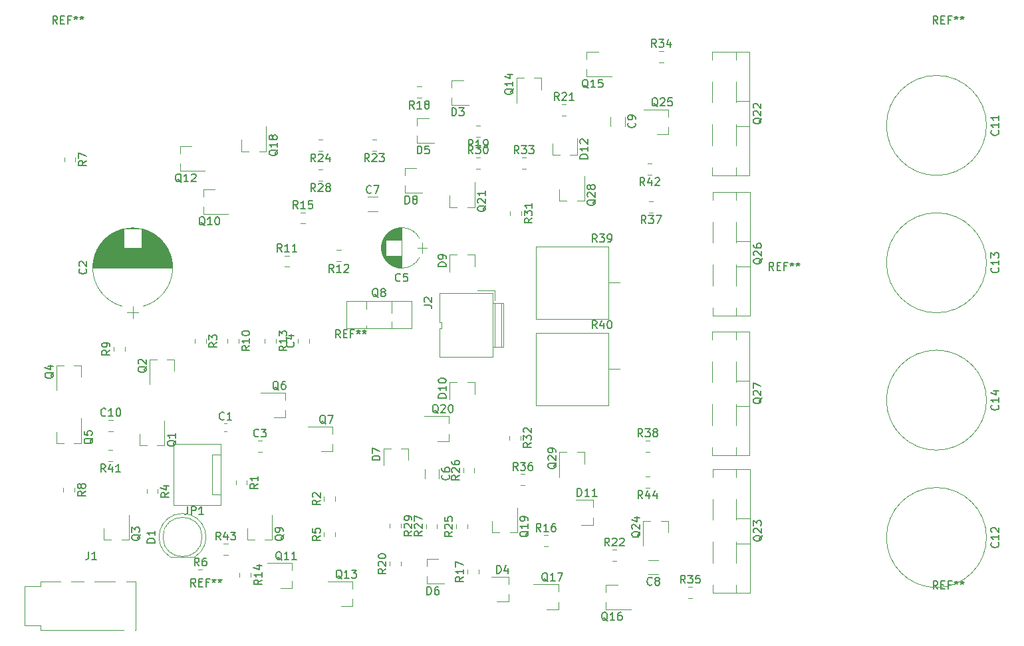
<source format=gbr>
G04 #@! TF.GenerationSoftware,KiCad,Pcbnew,(5.1.2)-2*
G04 #@! TF.CreationDate,2019-11-04T11:05:10-03:00*
G04 #@! TF.ProjectId,PCB,5043422e-6b69-4636-9164-5f7063625858,rev?*
G04 #@! TF.SameCoordinates,Original*
G04 #@! TF.FileFunction,Legend,Top*
G04 #@! TF.FilePolarity,Positive*
%FSLAX46Y46*%
G04 Gerber Fmt 4.6, Leading zero omitted, Abs format (unit mm)*
G04 Created by KiCad (PCBNEW (5.1.2)-2) date 2019-11-04 11:05:10*
%MOMM*%
%LPD*%
G04 APERTURE LIST*
%ADD10C,0.120000*%
%ADD11C,0.150000*%
G04 APERTURE END LIST*
D10*
X156925000Y-126200000D02*
X154925000Y-126200000D01*
X156925000Y-121200000D02*
X154925000Y-121200000D01*
X154925000Y-121200000D02*
X154925000Y-126200000D01*
X156925000Y-126200000D02*
X156925000Y-126800000D01*
X156925000Y-120600000D02*
X156925000Y-121200000D01*
X169025000Y-126800000D02*
X169025000Y-120600000D01*
X156925000Y-120600000D02*
X159425000Y-120600000D01*
X160825000Y-120600000D02*
X162425000Y-120600000D01*
X163825000Y-120600000D02*
X166425000Y-120600000D01*
X167825000Y-120600000D02*
X169025000Y-120600000D01*
X168925000Y-126800000D02*
X169025000Y-126800000D01*
X167525000Y-126800000D02*
X156925000Y-126800000D01*
X169537740Y-103282460D02*
X169537740Y-101822460D01*
X172697740Y-103282460D02*
X172697740Y-100122460D01*
X172697740Y-103282460D02*
X171767740Y-103282460D01*
X169537740Y-103282460D02*
X170467740Y-103282460D01*
X226152040Y-104126060D02*
X226152040Y-105586060D01*
X222992040Y-104126060D02*
X222992040Y-107286060D01*
X222992040Y-104126060D02*
X223922040Y-104126060D01*
X226152040Y-104126060D02*
X225222040Y-104126060D01*
X277370000Y-115000000D02*
G75*
G03X277370000Y-115000000I-6370000J0D01*
G01*
X277370000Y-62500000D02*
G75*
G03X277370000Y-62500000I-6370000J0D01*
G01*
X277370000Y-97500000D02*
G75*
G03X277370000Y-97500000I-6370000J0D01*
G01*
X277370000Y-80000000D02*
G75*
G03X277370000Y-80000000I-6370000J0D01*
G01*
X216488040Y-123182060D02*
X215028040Y-123182060D01*
X216488040Y-120022060D02*
X214328040Y-120022060D01*
X216488040Y-120022060D02*
X216488040Y-120952060D01*
X216488040Y-123182060D02*
X216488040Y-122252060D01*
X195162092Y-78393760D02*
X194639588Y-78393760D01*
X195162092Y-79813760D02*
X194639588Y-79813760D01*
X222078040Y-66272060D02*
X222078040Y-64812060D01*
X225238040Y-66272060D02*
X225238040Y-64112060D01*
X225238040Y-66272060D02*
X224308040Y-66272060D01*
X222078040Y-66272060D02*
X223008040Y-66272060D01*
X227248040Y-113372060D02*
X225788040Y-113372060D01*
X227248040Y-110212060D02*
X225088040Y-110212060D01*
X227248040Y-110212060D02*
X227248040Y-111142060D01*
X227248040Y-113372060D02*
X227248040Y-112442060D01*
X173980840Y-92343760D02*
X173980840Y-93803760D01*
X170820840Y-92343760D02*
X170820840Y-95503760D01*
X170820840Y-92343760D02*
X171750840Y-92343760D01*
X173980840Y-92343760D02*
X173050840Y-92343760D01*
X239389588Y-122713760D02*
X239912092Y-122713760D01*
X239389588Y-121293760D02*
X239912092Y-121293760D01*
X247250040Y-80441060D02*
X245510040Y-80441060D01*
X247250040Y-77240060D02*
X245510040Y-77240060D01*
X245510040Y-85690060D02*
X245510040Y-86710060D01*
X245510040Y-80240060D02*
X245510040Y-82890060D01*
X245510040Y-74790060D02*
X245510040Y-77441060D01*
X245510040Y-70970060D02*
X245510040Y-71990060D01*
X247250040Y-86710060D02*
X242510040Y-86710060D01*
X247250040Y-70970060D02*
X242510040Y-70970060D01*
X242510040Y-85690060D02*
X242510040Y-86710060D01*
X242510040Y-80240060D02*
X242510040Y-82890060D01*
X242510040Y-74790060D02*
X242510040Y-77441060D01*
X242510040Y-70970060D02*
X242510040Y-71990060D01*
X247250040Y-70970060D02*
X247250040Y-86710060D01*
X247250040Y-115747060D02*
X245510040Y-115747060D01*
X247250040Y-112546060D02*
X245510040Y-112546060D01*
X245510040Y-120996060D02*
X245510040Y-122016060D01*
X245510040Y-115546060D02*
X245510040Y-118196060D01*
X245510040Y-110096060D02*
X245510040Y-112747060D01*
X245510040Y-106276060D02*
X245510040Y-107296060D01*
X247250040Y-122016060D02*
X242510040Y-122016060D01*
X247250040Y-106276060D02*
X242510040Y-106276060D01*
X242510040Y-120996060D02*
X242510040Y-122016060D01*
X242510040Y-115546060D02*
X242510040Y-118196060D01*
X242510040Y-110096060D02*
X242510040Y-112747060D01*
X242510040Y-106276060D02*
X242510040Y-107296060D01*
X247250040Y-106276060D02*
X247250040Y-122016060D01*
X190071588Y-73581760D02*
X190594092Y-73581760D01*
X190071588Y-75001760D02*
X190594092Y-75001760D01*
X247208040Y-98221060D02*
X245468040Y-98221060D01*
X247208040Y-95020060D02*
X245468040Y-95020060D01*
X245468040Y-103470060D02*
X245468040Y-104490060D01*
X245468040Y-98020060D02*
X245468040Y-100670060D01*
X245468040Y-92570060D02*
X245468040Y-95221060D01*
X245468040Y-88750060D02*
X245468040Y-89770060D01*
X247208040Y-104490060D02*
X242468040Y-104490060D01*
X247208040Y-88750060D02*
X242468040Y-88750060D01*
X242468040Y-103470060D02*
X242468040Y-104490060D01*
X242468040Y-98020060D02*
X242468040Y-100670060D01*
X242468040Y-92570060D02*
X242468040Y-95221060D01*
X242468040Y-88750060D02*
X242468040Y-89770060D01*
X247208040Y-88750060D02*
X247208040Y-104490060D01*
X247208040Y-62583060D02*
X245468040Y-62583060D01*
X247208040Y-59382060D02*
X245468040Y-59382060D01*
X245468040Y-67832060D02*
X245468040Y-68852060D01*
X245468040Y-62382060D02*
X245468040Y-65032060D01*
X245468040Y-56932060D02*
X245468040Y-59583060D01*
X245468040Y-53112060D02*
X245468040Y-54132060D01*
X247208040Y-68852060D02*
X242468040Y-68852060D01*
X247208040Y-53112060D02*
X242468040Y-53112060D01*
X242468040Y-67832060D02*
X242468040Y-68852060D01*
X242468040Y-62382060D02*
X242468040Y-65032060D01*
X242468040Y-56932060D02*
X242468040Y-59583060D01*
X242468040Y-53112060D02*
X242468040Y-54132060D01*
X247208040Y-53112060D02*
X247208040Y-68852060D01*
X234476292Y-107224060D02*
X233953788Y-107224060D01*
X234476292Y-108644060D02*
X233953788Y-108644060D01*
X200595118Y-79283483D02*
G75*
G03X205206420Y-79283760I2305722J1179723D01*
G01*
X200595118Y-76924037D02*
G75*
G02X205206420Y-76923760I2305722J-1179723D01*
G01*
X200595118Y-76924037D02*
G75*
G03X200595260Y-79283760I2305722J-1179723D01*
G01*
X202900840Y-80653760D02*
X202900840Y-75553760D01*
X202860840Y-80653760D02*
X202860840Y-79083760D01*
X202860840Y-77123760D02*
X202860840Y-75553760D01*
X202820840Y-80652760D02*
X202820840Y-79083760D01*
X202820840Y-77123760D02*
X202820840Y-75554760D01*
X202780840Y-80651760D02*
X202780840Y-79083760D01*
X202780840Y-77123760D02*
X202780840Y-75555760D01*
X202740840Y-80649760D02*
X202740840Y-79083760D01*
X202740840Y-77123760D02*
X202740840Y-75557760D01*
X202700840Y-80646760D02*
X202700840Y-79083760D01*
X202700840Y-77123760D02*
X202700840Y-75560760D01*
X202660840Y-80642760D02*
X202660840Y-79083760D01*
X202660840Y-77123760D02*
X202660840Y-75564760D01*
X202620840Y-80638760D02*
X202620840Y-79083760D01*
X202620840Y-77123760D02*
X202620840Y-75568760D01*
X202580840Y-80634760D02*
X202580840Y-79083760D01*
X202580840Y-77123760D02*
X202580840Y-75572760D01*
X202540840Y-80628760D02*
X202540840Y-79083760D01*
X202540840Y-77123760D02*
X202540840Y-75578760D01*
X202500840Y-80622760D02*
X202500840Y-79083760D01*
X202500840Y-77123760D02*
X202500840Y-75584760D01*
X202460840Y-80616760D02*
X202460840Y-79083760D01*
X202460840Y-77123760D02*
X202460840Y-75590760D01*
X202420840Y-80609760D02*
X202420840Y-79083760D01*
X202420840Y-77123760D02*
X202420840Y-75597760D01*
X202380840Y-80601760D02*
X202380840Y-79083760D01*
X202380840Y-77123760D02*
X202380840Y-75605760D01*
X202340840Y-80592760D02*
X202340840Y-79083760D01*
X202340840Y-77123760D02*
X202340840Y-75614760D01*
X202300840Y-80583760D02*
X202300840Y-79083760D01*
X202300840Y-77123760D02*
X202300840Y-75623760D01*
X202260840Y-80573760D02*
X202260840Y-79083760D01*
X202260840Y-77123760D02*
X202260840Y-75633760D01*
X202220840Y-80563760D02*
X202220840Y-79083760D01*
X202220840Y-77123760D02*
X202220840Y-75643760D01*
X202179840Y-80551760D02*
X202179840Y-79083760D01*
X202179840Y-77123760D02*
X202179840Y-75655760D01*
X202139840Y-80539760D02*
X202139840Y-79083760D01*
X202139840Y-77123760D02*
X202139840Y-75667760D01*
X202099840Y-80527760D02*
X202099840Y-79083760D01*
X202099840Y-77123760D02*
X202099840Y-75679760D01*
X202059840Y-80513760D02*
X202059840Y-79083760D01*
X202059840Y-77123760D02*
X202059840Y-75693760D01*
X202019840Y-80499760D02*
X202019840Y-79083760D01*
X202019840Y-77123760D02*
X202019840Y-75707760D01*
X201979840Y-80485760D02*
X201979840Y-79083760D01*
X201979840Y-77123760D02*
X201979840Y-75721760D01*
X201939840Y-80469760D02*
X201939840Y-79083760D01*
X201939840Y-77123760D02*
X201939840Y-75737760D01*
X201899840Y-80453760D02*
X201899840Y-79083760D01*
X201899840Y-77123760D02*
X201899840Y-75753760D01*
X201859840Y-80436760D02*
X201859840Y-79083760D01*
X201859840Y-77123760D02*
X201859840Y-75770760D01*
X201819840Y-80418760D02*
X201819840Y-79083760D01*
X201819840Y-77123760D02*
X201819840Y-75788760D01*
X201779840Y-80399760D02*
X201779840Y-79083760D01*
X201779840Y-77123760D02*
X201779840Y-75807760D01*
X201739840Y-80379760D02*
X201739840Y-79083760D01*
X201739840Y-77123760D02*
X201739840Y-75827760D01*
X201699840Y-80359760D02*
X201699840Y-79083760D01*
X201699840Y-77123760D02*
X201699840Y-75847760D01*
X201659840Y-80337760D02*
X201659840Y-79083760D01*
X201659840Y-77123760D02*
X201659840Y-75869760D01*
X201619840Y-80315760D02*
X201619840Y-79083760D01*
X201619840Y-77123760D02*
X201619840Y-75891760D01*
X201579840Y-80292760D02*
X201579840Y-79083760D01*
X201579840Y-77123760D02*
X201579840Y-75914760D01*
X201539840Y-80268760D02*
X201539840Y-79083760D01*
X201539840Y-77123760D02*
X201539840Y-75938760D01*
X201499840Y-80243760D02*
X201499840Y-79083760D01*
X201499840Y-77123760D02*
X201499840Y-75963760D01*
X201459840Y-80216760D02*
X201459840Y-79083760D01*
X201459840Y-77123760D02*
X201459840Y-75990760D01*
X201419840Y-80189760D02*
X201419840Y-79083760D01*
X201419840Y-77123760D02*
X201419840Y-76017760D01*
X201379840Y-80161760D02*
X201379840Y-79083760D01*
X201379840Y-77123760D02*
X201379840Y-76045760D01*
X201339840Y-80131760D02*
X201339840Y-79083760D01*
X201339840Y-77123760D02*
X201339840Y-76075760D01*
X201299840Y-80100760D02*
X201299840Y-79083760D01*
X201299840Y-77123760D02*
X201299840Y-76106760D01*
X201259840Y-80068760D02*
X201259840Y-79083760D01*
X201259840Y-77123760D02*
X201259840Y-76138760D01*
X201219840Y-80035760D02*
X201219840Y-79083760D01*
X201219840Y-77123760D02*
X201219840Y-76171760D01*
X201179840Y-80000760D02*
X201179840Y-79083760D01*
X201179840Y-77123760D02*
X201179840Y-76206760D01*
X201139840Y-79964760D02*
X201139840Y-79083760D01*
X201139840Y-77123760D02*
X201139840Y-76242760D01*
X201099840Y-79926760D02*
X201099840Y-79083760D01*
X201099840Y-77123760D02*
X201099840Y-76280760D01*
X201059840Y-79886760D02*
X201059840Y-79083760D01*
X201059840Y-77123760D02*
X201059840Y-76320760D01*
X201019840Y-79845760D02*
X201019840Y-79083760D01*
X201019840Y-77123760D02*
X201019840Y-76361760D01*
X200979840Y-79802760D02*
X200979840Y-79083760D01*
X200979840Y-77123760D02*
X200979840Y-76404760D01*
X200939840Y-79757760D02*
X200939840Y-79083760D01*
X200939840Y-77123760D02*
X200939840Y-76449760D01*
X200899840Y-79709760D02*
X200899840Y-76497760D01*
X200859840Y-79659760D02*
X200859840Y-76547760D01*
X200819840Y-79607760D02*
X200819840Y-76599760D01*
X200779840Y-79551760D02*
X200779840Y-76655760D01*
X200739840Y-79493760D02*
X200739840Y-76713760D01*
X200699840Y-79430760D02*
X200699840Y-76776760D01*
X200659840Y-79364760D02*
X200659840Y-76842760D01*
X200619840Y-79292760D02*
X200619840Y-76914760D01*
X200579840Y-79215760D02*
X200579840Y-76991760D01*
X200539840Y-79131760D02*
X200539840Y-77075760D01*
X200499840Y-79037760D02*
X200499840Y-77169760D01*
X200459840Y-78932760D02*
X200459840Y-77274760D01*
X200419840Y-78810760D02*
X200419840Y-77396760D01*
X200379840Y-78662760D02*
X200379840Y-77544760D01*
X200339840Y-78457760D02*
X200339840Y-77749760D01*
X206100840Y-78103760D02*
X204900840Y-78103760D01*
X205500840Y-78753760D02*
X205500840Y-77453760D01*
X201623940Y-87506360D02*
X201623940Y-88336360D01*
X201623940Y-84846360D02*
X201623940Y-86426360D01*
X198422940Y-88016360D02*
X198422940Y-88336360D01*
X198422940Y-84846360D02*
X198422940Y-85916360D01*
X204142940Y-84846360D02*
X204142940Y-88336360D01*
X195902940Y-84846360D02*
X195902940Y-88336360D01*
X195902940Y-88336360D02*
X204142940Y-88336360D01*
X195902940Y-84846360D02*
X204142940Y-84846360D01*
X229208040Y-93532060D02*
X230708040Y-93532060D01*
X229208040Y-88912060D02*
X219968040Y-88912060D01*
X229208040Y-98152060D02*
X229208040Y-88912060D01*
X219968040Y-98152060D02*
X229208040Y-98152060D01*
X219968040Y-88912060D02*
X219968040Y-98152060D01*
X229208040Y-82532060D02*
X230708040Y-82532060D01*
X229208040Y-77912060D02*
X219968040Y-77912060D01*
X229208040Y-87152060D02*
X229208040Y-77912060D01*
X219968040Y-87152060D02*
X229208040Y-87152060D01*
X219968040Y-77912060D02*
X219968040Y-87152060D01*
X234748292Y-67346060D02*
X234225788Y-67346060D01*
X234748292Y-68766060D02*
X234225788Y-68766060D01*
X222992040Y-72118060D02*
X222992040Y-70658060D01*
X226152040Y-72118060D02*
X226152040Y-68958060D01*
X226152040Y-72118060D02*
X225222040Y-72118060D01*
X222992040Y-72118060D02*
X223922040Y-72118060D01*
X236848040Y-63636060D02*
X235388040Y-63636060D01*
X236848040Y-60476060D02*
X233688040Y-60476060D01*
X236848040Y-60476060D02*
X236848040Y-61406060D01*
X236848040Y-63636060D02*
X236848040Y-62706060D01*
X236828040Y-112902060D02*
X236828040Y-114362060D01*
X233668040Y-112902060D02*
X233668040Y-116062060D01*
X233668040Y-112902060D02*
X234598040Y-112902060D01*
X236828040Y-112902060D02*
X235898040Y-112902060D01*
X234913292Y-72172060D02*
X234390788Y-72172060D01*
X234913292Y-73592060D02*
X234390788Y-73592060D01*
X223321788Y-61222060D02*
X223844292Y-61222060D01*
X223321788Y-59802060D02*
X223844292Y-59802060D01*
X235696788Y-54442060D02*
X236219292Y-54442060D01*
X235696788Y-53022060D02*
X236219292Y-53022060D01*
X209022040Y-72904060D02*
X209952040Y-72904060D01*
X212182040Y-72904060D02*
X211252040Y-72904060D01*
X212182040Y-72904060D02*
X212182040Y-69744060D01*
X209022040Y-72904060D02*
X209022040Y-71444060D01*
X208908040Y-102702060D02*
X207448040Y-102702060D01*
X208908040Y-99542060D02*
X205748040Y-99542060D01*
X208908040Y-99542060D02*
X208908040Y-100472060D01*
X208908040Y-102702060D02*
X208908040Y-101772060D01*
X214438040Y-114362060D02*
X215368040Y-114362060D01*
X217598040Y-114362060D02*
X216668040Y-114362060D01*
X217598040Y-114362060D02*
X217598040Y-111202060D01*
X214438040Y-114362060D02*
X214438040Y-112902060D01*
X182508040Y-65792060D02*
X182508040Y-64332060D01*
X185668040Y-65792060D02*
X185668040Y-62632060D01*
X185668040Y-65792060D02*
X184738040Y-65792060D01*
X182508040Y-65792060D02*
X183438040Y-65792060D01*
X222848040Y-124132060D02*
X222848040Y-123202060D01*
X222848040Y-120972060D02*
X222848040Y-121902060D01*
X222848040Y-120972060D02*
X219688040Y-120972060D01*
X222848040Y-124132060D02*
X221388040Y-124132060D01*
X228928040Y-120992060D02*
X230388040Y-120992060D01*
X228928040Y-124152060D02*
X232088040Y-124152060D01*
X228928040Y-124152060D02*
X228928040Y-123222060D01*
X228928040Y-120992060D02*
X228928040Y-121922060D01*
X226468040Y-53112060D02*
X226468040Y-54042060D01*
X226468040Y-56272060D02*
X226468040Y-55342060D01*
X226468040Y-56272060D02*
X229628040Y-56272060D01*
X226468040Y-53112060D02*
X227928040Y-53112060D01*
X220678040Y-56472060D02*
X219748040Y-56472060D01*
X217518040Y-56472060D02*
X218448040Y-56472060D01*
X217518040Y-56472060D02*
X217518040Y-59632060D01*
X220678040Y-56472060D02*
X220678040Y-57932060D01*
X196625140Y-123777760D02*
X195165140Y-123777760D01*
X196625140Y-120617760D02*
X193465140Y-120617760D01*
X196625140Y-120617760D02*
X196625140Y-121547760D01*
X196625140Y-123777760D02*
X196625140Y-122847760D01*
X174668040Y-65132060D02*
X174668040Y-66062060D01*
X174668040Y-68292060D02*
X174668040Y-67362060D01*
X174668040Y-68292060D02*
X177828040Y-68292060D01*
X174668040Y-65132060D02*
X176128040Y-65132060D01*
X188959240Y-121426660D02*
X187499240Y-121426660D01*
X188959240Y-118266660D02*
X185799240Y-118266660D01*
X188959240Y-118266660D02*
X188959240Y-119196660D01*
X188959240Y-121426660D02*
X188959240Y-120496660D01*
X177668040Y-70632060D02*
X179128040Y-70632060D01*
X177668040Y-73792060D02*
X180828040Y-73792060D01*
X177668040Y-73792060D02*
X177668040Y-72862060D01*
X177668040Y-70632060D02*
X177668040Y-71562060D01*
X183253740Y-115298060D02*
X183253740Y-113838060D01*
X186413740Y-115298060D02*
X186413740Y-112138060D01*
X186413740Y-115298060D02*
X185483740Y-115298060D01*
X183253740Y-115298060D02*
X184183740Y-115298060D01*
X194078740Y-104050560D02*
X194078740Y-103120560D01*
X194078740Y-100890560D02*
X194078740Y-101820560D01*
X194078740Y-100890560D02*
X190918740Y-100890560D01*
X194078740Y-104050560D02*
X192618740Y-104050560D01*
X188095640Y-99735060D02*
X186635640Y-99735060D01*
X188095640Y-96575060D02*
X184935640Y-96575060D01*
X188095640Y-96575060D02*
X188095640Y-97505060D01*
X188095640Y-99735060D02*
X188095640Y-98805060D01*
X158958640Y-102979060D02*
X159888640Y-102979060D01*
X162118640Y-102979060D02*
X161188640Y-102979060D01*
X162118640Y-102979060D02*
X162118640Y-99819060D01*
X158958640Y-102979060D02*
X158958640Y-101519060D01*
X162128840Y-93101060D02*
X161198840Y-93101060D01*
X158968840Y-93101060D02*
X159898840Y-93101060D01*
X158968840Y-93101060D02*
X158968840Y-96261060D01*
X162128840Y-93101060D02*
X162128840Y-94561060D01*
X165003840Y-115272660D02*
X165933840Y-115272660D01*
X168163840Y-115272660D02*
X167233840Y-115272660D01*
X168163840Y-115272660D02*
X168163840Y-112112660D01*
X165003840Y-115272660D02*
X165003840Y-113812660D01*
X212182040Y-95236060D02*
X212182040Y-96696060D01*
X209022040Y-95236060D02*
X209022040Y-97396060D01*
X209022040Y-95236060D02*
X209952040Y-95236060D01*
X212182040Y-95236060D02*
X211252040Y-95236060D01*
X212182040Y-78980060D02*
X212182040Y-80440060D01*
X209022040Y-78980060D02*
X209022040Y-81140060D01*
X209022040Y-78980060D02*
X209952040Y-78980060D01*
X212182040Y-78980060D02*
X211252040Y-78980060D01*
X203328040Y-67952060D02*
X204788040Y-67952060D01*
X203328040Y-71112060D02*
X205488040Y-71112060D01*
X203328040Y-71112060D02*
X203328040Y-70182060D01*
X203328040Y-67952060D02*
X203328040Y-68882060D01*
X203768040Y-103652060D02*
X203768040Y-105112060D01*
X200608040Y-103652060D02*
X200608040Y-105812060D01*
X200608040Y-103652060D02*
X201538040Y-103652060D01*
X203768040Y-103652060D02*
X202838040Y-103652060D01*
X206118040Y-117742060D02*
X207578040Y-117742060D01*
X206118040Y-120902060D02*
X208278040Y-120902060D01*
X206118040Y-120902060D02*
X206118040Y-119972060D01*
X206118040Y-117742060D02*
X206118040Y-118672060D01*
X204878040Y-61582060D02*
X206338040Y-61582060D01*
X204878040Y-64742060D02*
X207038040Y-64742060D01*
X204878040Y-64742060D02*
X204878040Y-63812060D01*
X204878040Y-61582060D02*
X204878040Y-62512060D01*
X209278040Y-56732060D02*
X210738040Y-56732060D01*
X209278040Y-59892060D02*
X211438040Y-59892060D01*
X209278040Y-59892060D02*
X209278040Y-58962060D01*
X209278040Y-56732060D02*
X209278040Y-57662060D01*
X207758040Y-92002060D02*
X212588040Y-92002060D01*
X212588040Y-83872060D02*
X207758040Y-83872060D01*
X214498040Y-83872060D02*
X214498040Y-92002060D01*
X214498040Y-85142060D02*
X215888040Y-85142060D01*
X214498040Y-90732060D02*
X215888040Y-90732060D01*
X215888040Y-85142060D02*
X215888040Y-90732060D01*
X214498040Y-83872060D02*
X212588040Y-83872060D01*
X214498040Y-92002060D02*
X212588040Y-92002060D01*
X215638040Y-85142060D02*
X215638040Y-90732060D01*
X214748040Y-85142060D02*
X214748040Y-90732060D01*
X208018040Y-88322060D02*
X207758040Y-88322060D01*
X208018040Y-87552060D02*
X208018040Y-88322060D01*
X207758040Y-87552060D02*
X208018040Y-87552060D01*
X207758040Y-87552060D02*
X207758040Y-83872060D01*
X207758040Y-88322060D02*
X207758040Y-92002060D01*
X214788040Y-84832060D02*
X214788040Y-83532060D01*
X214788040Y-83532060D02*
X212588040Y-83532060D01*
X180303733Y-100490000D02*
X180646267Y-100490000D01*
X180303733Y-101510000D02*
X180646267Y-101510000D01*
X184594188Y-104097460D02*
X185116692Y-104097460D01*
X184594188Y-102677460D02*
X185116692Y-102677460D01*
X189699040Y-90208412D02*
X189699040Y-89685908D01*
X191119040Y-90208412D02*
X191119040Y-89685908D01*
X205828040Y-106259996D02*
X205828040Y-107464124D01*
X207648040Y-106259996D02*
X207648040Y-107464124D01*
X198606476Y-71622060D02*
X199810604Y-71622060D01*
X198606476Y-73442060D02*
X199810604Y-73442060D01*
X235552904Y-119713760D02*
X234348776Y-119713760D01*
X235552904Y-117893760D02*
X234348776Y-117893760D01*
X229504040Y-61394496D02*
X229504040Y-62598624D01*
X231324040Y-61394496D02*
X231324040Y-62598624D01*
X165598688Y-100035860D02*
X166121192Y-100035860D01*
X165598688Y-101455860D02*
X166121192Y-101455860D01*
X175000462Y-111940000D02*
G75*
G03X173455170Y-117490000I-462J-2990000D01*
G01*
X174999538Y-111940000D02*
G75*
G02X176544830Y-117490000I462J-2990000D01*
G01*
X177500000Y-114930000D02*
G75*
G03X177500000Y-114930000I-2500000J0D01*
G01*
X173455000Y-117490000D02*
X176545000Y-117490000D01*
X181790000Y-107713748D02*
X181790000Y-108236252D01*
X183210000Y-107713748D02*
X183210000Y-108236252D01*
X194446440Y-110332612D02*
X194446440Y-109810108D01*
X193026440Y-110332612D02*
X193026440Y-109810108D01*
X176567240Y-89731408D02*
X176567240Y-90253912D01*
X177987240Y-89731408D02*
X177987240Y-90253912D01*
X171853140Y-108862908D02*
X171853140Y-109385412D01*
X170433140Y-108862908D02*
X170433140Y-109385412D01*
X194446440Y-114866512D02*
X194446440Y-114344008D01*
X193026440Y-114866512D02*
X193026440Y-114344008D01*
X177013748Y-119090000D02*
X177536252Y-119090000D01*
X177013748Y-120510000D02*
X177536252Y-120510000D01*
X161362940Y-66575608D02*
X161362940Y-67098112D01*
X159942940Y-66575608D02*
X159942940Y-67098112D01*
X161248640Y-108676108D02*
X161248640Y-109198612D01*
X159828640Y-108676108D02*
X159828640Y-109198612D01*
X166242140Y-91228112D02*
X166242140Y-90705608D01*
X167662140Y-91228112D02*
X167662140Y-90705608D01*
X182152840Y-89680608D02*
X182152840Y-90203112D01*
X180732840Y-89680608D02*
X180732840Y-90203112D01*
X188039588Y-80513560D02*
X188562092Y-80513560D01*
X188039588Y-79093560D02*
X188562092Y-79093560D01*
X186889940Y-89693308D02*
X186889940Y-90215812D01*
X185469940Y-89693308D02*
X185469940Y-90215812D01*
X182282240Y-119492808D02*
X182282240Y-120015312D01*
X183702240Y-119492808D02*
X183702240Y-120015312D01*
X221001788Y-116142060D02*
X221524292Y-116142060D01*
X221001788Y-114722060D02*
X221524292Y-114722060D01*
X212688040Y-119618312D02*
X212688040Y-119095808D01*
X211268040Y-119618312D02*
X211268040Y-119095808D01*
X205399292Y-57562060D02*
X204876788Y-57562060D01*
X205399292Y-58982060D02*
X204876788Y-58982060D01*
X212904292Y-63940060D02*
X212381788Y-63940060D01*
X212904292Y-62520060D02*
X212381788Y-62520060D01*
X201383040Y-118609312D02*
X201383040Y-118086808D01*
X202803040Y-118609312D02*
X202803040Y-118086808D01*
X229721788Y-116552060D02*
X230244292Y-116552060D01*
X229721788Y-117972060D02*
X230244292Y-117972060D01*
X199678292Y-65718060D02*
X199155788Y-65718060D01*
X199678292Y-64298060D02*
X199155788Y-64298060D01*
X192820292Y-64322060D02*
X192297788Y-64322060D01*
X192820292Y-65742060D02*
X192297788Y-65742060D01*
X209858040Y-113868312D02*
X209858040Y-113345808D01*
X211278040Y-113868312D02*
X211278040Y-113345808D01*
X212168040Y-106693312D02*
X212168040Y-106170808D01*
X210748040Y-106693312D02*
X210748040Y-106170808D01*
X206008040Y-113818312D02*
X206008040Y-113295808D01*
X207428040Y-113818312D02*
X207428040Y-113295808D01*
X192820292Y-69528060D02*
X192297788Y-69528060D01*
X192820292Y-68108060D02*
X192297788Y-68108060D01*
X201383040Y-113251808D02*
X201383040Y-113774312D01*
X202803040Y-113251808D02*
X202803040Y-113774312D01*
X212363788Y-68004060D02*
X212886292Y-68004060D01*
X212363788Y-66584060D02*
X212886292Y-66584060D01*
X218128040Y-73415808D02*
X218128040Y-73938312D01*
X216708040Y-73415808D02*
X216708040Y-73938312D01*
X218018040Y-102025808D02*
X218018040Y-102548312D01*
X216598040Y-102025808D02*
X216598040Y-102548312D01*
X218205788Y-68004060D02*
X218728292Y-68004060D01*
X218205788Y-66584060D02*
X218728292Y-66584060D01*
X218061788Y-108352060D02*
X218584292Y-108352060D01*
X218061788Y-106932060D02*
X218584292Y-106932060D01*
X233962788Y-104072060D02*
X234485292Y-104072060D01*
X233962788Y-102652060D02*
X234485292Y-102652060D01*
X166092092Y-105265860D02*
X165569588Y-105265860D01*
X166092092Y-103845860D02*
X165569588Y-103845860D01*
X180238748Y-115790000D02*
X180761252Y-115790000D01*
X180238748Y-117210000D02*
X180761252Y-117210000D01*
X167903940Y-86325560D02*
X169403940Y-86325560D01*
X168653940Y-87075560D02*
X168653940Y-85575560D01*
X168374940Y-75544560D02*
X168932940Y-75544560D01*
X167981940Y-75584560D02*
X169325940Y-75584560D01*
X167740940Y-75624560D02*
X169566940Y-75624560D01*
X167549940Y-75664560D02*
X169757940Y-75664560D01*
X169834940Y-75704560D02*
X169918940Y-75704560D01*
X167388940Y-75704560D02*
X167472940Y-75704560D01*
X169834940Y-75744560D02*
X170060940Y-75744560D01*
X167246940Y-75744560D02*
X167472940Y-75744560D01*
X169834940Y-75784560D02*
X170189940Y-75784560D01*
X167117940Y-75784560D02*
X167472940Y-75784560D01*
X169834940Y-75824560D02*
X170307940Y-75824560D01*
X166999940Y-75824560D02*
X167472940Y-75824560D01*
X169834940Y-75864560D02*
X170416940Y-75864560D01*
X166890940Y-75864560D02*
X167472940Y-75864560D01*
X169834940Y-75904560D02*
X170519940Y-75904560D01*
X166787940Y-75904560D02*
X167472940Y-75904560D01*
X169834940Y-75944560D02*
X170615940Y-75944560D01*
X166691940Y-75944560D02*
X167472940Y-75944560D01*
X169834940Y-75984560D02*
X170706940Y-75984560D01*
X166600940Y-75984560D02*
X167472940Y-75984560D01*
X169834940Y-76024560D02*
X170793940Y-76024560D01*
X166513940Y-76024560D02*
X167472940Y-76024560D01*
X169834940Y-76064560D02*
X170875940Y-76064560D01*
X166431940Y-76064560D02*
X167472940Y-76064560D01*
X169834940Y-76104560D02*
X170954940Y-76104560D01*
X166352940Y-76104560D02*
X167472940Y-76104560D01*
X169834940Y-76144560D02*
X171030940Y-76144560D01*
X166276940Y-76144560D02*
X167472940Y-76144560D01*
X169834940Y-76184560D02*
X171102940Y-76184560D01*
X166204940Y-76184560D02*
X167472940Y-76184560D01*
X169834940Y-76224560D02*
X171172940Y-76224560D01*
X166134940Y-76224560D02*
X167472940Y-76224560D01*
X169834940Y-76264560D02*
X171240940Y-76264560D01*
X166066940Y-76264560D02*
X167472940Y-76264560D01*
X169834940Y-76304560D02*
X171305940Y-76304560D01*
X166001940Y-76304560D02*
X167472940Y-76304560D01*
X169834940Y-76344560D02*
X171368940Y-76344560D01*
X165938940Y-76344560D02*
X167472940Y-76344560D01*
X169834940Y-76384560D02*
X171430940Y-76384560D01*
X165876940Y-76384560D02*
X167472940Y-76384560D01*
X169834940Y-76424560D02*
X171489940Y-76424560D01*
X165817940Y-76424560D02*
X167472940Y-76424560D01*
X169834940Y-76464560D02*
X171547940Y-76464560D01*
X165759940Y-76464560D02*
X167472940Y-76464560D01*
X169834940Y-76504560D02*
X171602940Y-76504560D01*
X165704940Y-76504560D02*
X167472940Y-76504560D01*
X169834940Y-76544560D02*
X171657940Y-76544560D01*
X165649940Y-76544560D02*
X167472940Y-76544560D01*
X169834940Y-76584560D02*
X171710940Y-76584560D01*
X165596940Y-76584560D02*
X167472940Y-76584560D01*
X169834940Y-76624560D02*
X171761940Y-76624560D01*
X165545940Y-76624560D02*
X167472940Y-76624560D01*
X169834940Y-76664560D02*
X171811940Y-76664560D01*
X165495940Y-76664560D02*
X167472940Y-76664560D01*
X169834940Y-76704560D02*
X171860940Y-76704560D01*
X165446940Y-76704560D02*
X167472940Y-76704560D01*
X169834940Y-76744560D02*
X171908940Y-76744560D01*
X165398940Y-76744560D02*
X167472940Y-76744560D01*
X169834940Y-76784560D02*
X171955940Y-76784560D01*
X165351940Y-76784560D02*
X167472940Y-76784560D01*
X169834940Y-76824560D02*
X172000940Y-76824560D01*
X165306940Y-76824560D02*
X167472940Y-76824560D01*
X169834940Y-76864560D02*
X172044940Y-76864560D01*
X165262940Y-76864560D02*
X167472940Y-76864560D01*
X169834940Y-76904560D02*
X172088940Y-76904560D01*
X165218940Y-76904560D02*
X167472940Y-76904560D01*
X169834940Y-76944560D02*
X172130940Y-76944560D01*
X165176940Y-76944560D02*
X167472940Y-76944560D01*
X169834940Y-76984560D02*
X172171940Y-76984560D01*
X165135940Y-76984560D02*
X167472940Y-76984560D01*
X169834940Y-77024560D02*
X172212940Y-77024560D01*
X165094940Y-77024560D02*
X167472940Y-77024560D01*
X169834940Y-77064560D02*
X172251940Y-77064560D01*
X165055940Y-77064560D02*
X167472940Y-77064560D01*
X169834940Y-77104560D02*
X172290940Y-77104560D01*
X165016940Y-77104560D02*
X167472940Y-77104560D01*
X169834940Y-77144560D02*
X172328940Y-77144560D01*
X164978940Y-77144560D02*
X167472940Y-77144560D01*
X169834940Y-77184560D02*
X172365940Y-77184560D01*
X164941940Y-77184560D02*
X167472940Y-77184560D01*
X169834940Y-77224560D02*
X172401940Y-77224560D01*
X164905940Y-77224560D02*
X167472940Y-77224560D01*
X169834940Y-77264560D02*
X172437940Y-77264560D01*
X164869940Y-77264560D02*
X167472940Y-77264560D01*
X169834940Y-77304560D02*
X172472940Y-77304560D01*
X164834940Y-77304560D02*
X167472940Y-77304560D01*
X169834940Y-77344560D02*
X172506940Y-77344560D01*
X164800940Y-77344560D02*
X167472940Y-77344560D01*
X169834940Y-77384560D02*
X172539940Y-77384560D01*
X164767940Y-77384560D02*
X167472940Y-77384560D01*
X169834940Y-77424560D02*
X172572940Y-77424560D01*
X164734940Y-77424560D02*
X167472940Y-77424560D01*
X169834940Y-77464560D02*
X172604940Y-77464560D01*
X164702940Y-77464560D02*
X167472940Y-77464560D01*
X169834940Y-77504560D02*
X172635940Y-77504560D01*
X164671940Y-77504560D02*
X167472940Y-77504560D01*
X169834940Y-77544560D02*
X172666940Y-77544560D01*
X164640940Y-77544560D02*
X167472940Y-77544560D01*
X169834940Y-77584560D02*
X172696940Y-77584560D01*
X164610940Y-77584560D02*
X167472940Y-77584560D01*
X169834940Y-77624560D02*
X172725940Y-77624560D01*
X164581940Y-77624560D02*
X167472940Y-77624560D01*
X169834940Y-77664560D02*
X172754940Y-77664560D01*
X164552940Y-77664560D02*
X167472940Y-77664560D01*
X169834940Y-77704560D02*
X172783940Y-77704560D01*
X164523940Y-77704560D02*
X167472940Y-77704560D01*
X169834940Y-77744560D02*
X172810940Y-77744560D01*
X164496940Y-77744560D02*
X167472940Y-77744560D01*
X169834940Y-77784560D02*
X172838940Y-77784560D01*
X164468940Y-77784560D02*
X167472940Y-77784560D01*
X169834940Y-77824560D02*
X172864940Y-77824560D01*
X164442940Y-77824560D02*
X167472940Y-77824560D01*
X169834940Y-77864560D02*
X172890940Y-77864560D01*
X164416940Y-77864560D02*
X167472940Y-77864560D01*
X169834940Y-77904560D02*
X172916940Y-77904560D01*
X164390940Y-77904560D02*
X167472940Y-77904560D01*
X169834940Y-77944560D02*
X172941940Y-77944560D01*
X164365940Y-77944560D02*
X167472940Y-77944560D01*
X169834940Y-77984560D02*
X172965940Y-77984560D01*
X164341940Y-77984560D02*
X167472940Y-77984560D01*
X169834940Y-78024560D02*
X172989940Y-78024560D01*
X164317940Y-78024560D02*
X167472940Y-78024560D01*
X164293940Y-78064560D02*
X173013940Y-78064560D01*
X164270940Y-78104560D02*
X173036940Y-78104560D01*
X164248940Y-78144560D02*
X173058940Y-78144560D01*
X164225940Y-78184560D02*
X173081940Y-78184560D01*
X164204940Y-78224560D02*
X173102940Y-78224560D01*
X164183940Y-78264560D02*
X173123940Y-78264560D01*
X164162940Y-78304560D02*
X173144940Y-78304560D01*
X164142940Y-78344560D02*
X173164940Y-78344560D01*
X164122940Y-78384560D02*
X173184940Y-78384560D01*
X164103940Y-78424560D02*
X173203940Y-78424560D01*
X164084940Y-78464560D02*
X173222940Y-78464560D01*
X164065940Y-78504560D02*
X173241940Y-78504560D01*
X164047940Y-78544560D02*
X173259940Y-78544560D01*
X164029940Y-78584560D02*
X173277940Y-78584560D01*
X164012940Y-78624560D02*
X173294940Y-78624560D01*
X163995940Y-78664560D02*
X173311940Y-78664560D01*
X163979940Y-78704560D02*
X173327940Y-78704560D01*
X163962940Y-78744560D02*
X173344940Y-78744560D01*
X163947940Y-78784560D02*
X173359940Y-78784560D01*
X163931940Y-78824560D02*
X173375940Y-78824560D01*
X163916940Y-78864560D02*
X173390940Y-78864560D01*
X163902940Y-78904560D02*
X173404940Y-78904560D01*
X163888940Y-78944560D02*
X173418940Y-78944560D01*
X163874940Y-78984560D02*
X173432940Y-78984560D01*
X163861940Y-79024560D02*
X173445940Y-79024560D01*
X163847940Y-79064560D02*
X173459940Y-79064560D01*
X163835940Y-79104560D02*
X173471940Y-79104560D01*
X163822940Y-79144560D02*
X173484940Y-79144560D01*
X163810940Y-79184560D02*
X173496940Y-79184560D01*
X163799940Y-79224560D02*
X173507940Y-79224560D01*
X163788940Y-79264560D02*
X173518940Y-79264560D01*
X163777940Y-79304560D02*
X173529940Y-79304560D01*
X163766940Y-79344560D02*
X173540940Y-79344560D01*
X163756940Y-79384560D02*
X173550940Y-79384560D01*
X163746940Y-79424560D02*
X173560940Y-79424560D01*
X163736940Y-79464560D02*
X173570940Y-79464560D01*
X163727940Y-79504560D02*
X173579940Y-79504560D01*
X163718940Y-79544560D02*
X173588940Y-79544560D01*
X163710940Y-79584560D02*
X173596940Y-79584560D01*
X163702940Y-79624560D02*
X173604940Y-79624560D01*
X163694940Y-79664560D02*
X173612940Y-79664560D01*
X163686940Y-79704560D02*
X173620940Y-79704560D01*
X163679940Y-79744560D02*
X173627940Y-79744560D01*
X163672940Y-79784560D02*
X173634940Y-79784560D01*
X163666940Y-79824560D02*
X173640940Y-79824560D01*
X163660940Y-79864560D02*
X173646940Y-79864560D01*
X163654940Y-79904560D02*
X173652940Y-79904560D01*
X163648940Y-79945560D02*
X173658940Y-79945560D01*
X163643940Y-79985560D02*
X173663940Y-79985560D01*
X163638940Y-80025560D02*
X173668940Y-80025560D01*
X163633940Y-80065560D02*
X173673940Y-80065560D01*
X163629940Y-80105560D02*
X173677940Y-80105560D01*
X163625940Y-80145560D02*
X173681940Y-80145560D01*
X163622940Y-80185560D02*
X173684940Y-80185560D01*
X163618940Y-80225560D02*
X173688940Y-80225560D01*
X163615940Y-80265560D02*
X173691940Y-80265560D01*
X163613940Y-80305560D02*
X173693940Y-80305560D01*
X163610940Y-80345560D02*
X173696940Y-80345560D01*
X163608940Y-80385560D02*
X173698940Y-80385560D01*
X163606940Y-80425560D02*
X173700940Y-80425560D01*
X163605940Y-80465560D02*
X173701940Y-80465560D01*
X163604940Y-80505560D02*
X173702940Y-80505560D01*
X163603940Y-80545560D02*
X173703940Y-80545560D01*
X163603940Y-80585560D02*
X173703940Y-80585560D01*
X163603940Y-80625560D02*
X173703940Y-80625560D01*
X170037204Y-75727123D02*
G75*
G03X167273940Y-75726203I-1383264J-4898437D01*
G01*
X170037204Y-75727123D02*
G75*
G02X170033940Y-85524917I-1383264J-4898437D01*
G01*
X167270676Y-75727123D02*
G75*
G03X167273940Y-85524917I1383264J-4898437D01*
G01*
X178790000Y-104420000D02*
X179800000Y-104420000D01*
X178790000Y-109500000D02*
X178790000Y-104420000D01*
X179800000Y-109500000D02*
X178790000Y-109500000D01*
X179900000Y-103050000D02*
X179900000Y-110850000D01*
X173850000Y-103050000D02*
X179900000Y-103050000D01*
X173850000Y-110850000D02*
X173850000Y-103050000D01*
X179900000Y-110850000D02*
X173850000Y-110850000D01*
D11*
X163041666Y-116802380D02*
X163041666Y-117516666D01*
X162994047Y-117659523D01*
X162898809Y-117754761D01*
X162755952Y-117802380D01*
X162660714Y-117802380D01*
X164041666Y-117802380D02*
X163470238Y-117802380D01*
X163755952Y-117802380D02*
X163755952Y-116802380D01*
X163660714Y-116945238D01*
X163565476Y-117040476D01*
X163470238Y-117088095D01*
X174165359Y-102617698D02*
X174117740Y-102712936D01*
X174022501Y-102808174D01*
X173879644Y-102951031D01*
X173832025Y-103046269D01*
X173832025Y-103141507D01*
X174070120Y-103093888D02*
X174022501Y-103189126D01*
X173927263Y-103284364D01*
X173736787Y-103331983D01*
X173403454Y-103331983D01*
X173212978Y-103284364D01*
X173117740Y-103189126D01*
X173070120Y-103093888D01*
X173070120Y-102903412D01*
X173117740Y-102808174D01*
X173212978Y-102712936D01*
X173403454Y-102665317D01*
X173736787Y-102665317D01*
X173927263Y-102712936D01*
X174022501Y-102808174D01*
X174070120Y-102903412D01*
X174070120Y-103093888D01*
X174070120Y-101712936D02*
X174070120Y-102284364D01*
X174070120Y-101998650D02*
X173070120Y-101998650D01*
X173212978Y-102093888D01*
X173308216Y-102189126D01*
X173355835Y-102284364D01*
X222619659Y-105457488D02*
X222572040Y-105552726D01*
X222476801Y-105647964D01*
X222333944Y-105790821D01*
X222286325Y-105886060D01*
X222286325Y-105981298D01*
X222524420Y-105933679D02*
X222476801Y-106028917D01*
X222381563Y-106124155D01*
X222191087Y-106171774D01*
X221857754Y-106171774D01*
X221667278Y-106124155D01*
X221572040Y-106028917D01*
X221524420Y-105933679D01*
X221524420Y-105743202D01*
X221572040Y-105647964D01*
X221667278Y-105552726D01*
X221857754Y-105505107D01*
X222191087Y-105505107D01*
X222381563Y-105552726D01*
X222476801Y-105647964D01*
X222524420Y-105743202D01*
X222524420Y-105933679D01*
X221619659Y-105124155D02*
X221572040Y-105076536D01*
X221524420Y-104981298D01*
X221524420Y-104743202D01*
X221572040Y-104647964D01*
X221619659Y-104600345D01*
X221714897Y-104552726D01*
X221810135Y-104552726D01*
X221952992Y-104600345D01*
X222524420Y-105171774D01*
X222524420Y-104552726D01*
X222524420Y-104076536D02*
X222524420Y-103886060D01*
X222476801Y-103790821D01*
X222429182Y-103743202D01*
X222286325Y-103647964D01*
X222095849Y-103600345D01*
X221714897Y-103600345D01*
X221619659Y-103647964D01*
X221572040Y-103695583D01*
X221524420Y-103790821D01*
X221524420Y-103981298D01*
X221572040Y-104076536D01*
X221619659Y-104124155D01*
X221714897Y-104171774D01*
X221952992Y-104171774D01*
X222048230Y-104124155D01*
X222095849Y-104076536D01*
X222143468Y-103981298D01*
X222143468Y-103790821D01*
X222095849Y-103695583D01*
X222048230Y-103647964D01*
X221952992Y-103600345D01*
X278857142Y-115642857D02*
X278904761Y-115690476D01*
X278952380Y-115833333D01*
X278952380Y-115928571D01*
X278904761Y-116071428D01*
X278809523Y-116166666D01*
X278714285Y-116214285D01*
X278523809Y-116261904D01*
X278380952Y-116261904D01*
X278190476Y-116214285D01*
X278095238Y-116166666D01*
X278000000Y-116071428D01*
X277952380Y-115928571D01*
X277952380Y-115833333D01*
X278000000Y-115690476D01*
X278047619Y-115642857D01*
X278952380Y-114690476D02*
X278952380Y-115261904D01*
X278952380Y-114976190D02*
X277952380Y-114976190D01*
X278095238Y-115071428D01*
X278190476Y-115166666D01*
X278238095Y-115261904D01*
X278047619Y-114309523D02*
X278000000Y-114261904D01*
X277952380Y-114166666D01*
X277952380Y-113928571D01*
X278000000Y-113833333D01*
X278047619Y-113785714D01*
X278142857Y-113738095D01*
X278238095Y-113738095D01*
X278380952Y-113785714D01*
X278952380Y-114357142D01*
X278952380Y-113738095D01*
X278857142Y-63142857D02*
X278904761Y-63190476D01*
X278952380Y-63333333D01*
X278952380Y-63428571D01*
X278904761Y-63571428D01*
X278809523Y-63666666D01*
X278714285Y-63714285D01*
X278523809Y-63761904D01*
X278380952Y-63761904D01*
X278190476Y-63714285D01*
X278095238Y-63666666D01*
X278000000Y-63571428D01*
X277952380Y-63428571D01*
X277952380Y-63333333D01*
X278000000Y-63190476D01*
X278047619Y-63142857D01*
X278952380Y-62190476D02*
X278952380Y-62761904D01*
X278952380Y-62476190D02*
X277952380Y-62476190D01*
X278095238Y-62571428D01*
X278190476Y-62666666D01*
X278238095Y-62761904D01*
X278952380Y-61238095D02*
X278952380Y-61809523D01*
X278952380Y-61523809D02*
X277952380Y-61523809D01*
X278095238Y-61619047D01*
X278190476Y-61714285D01*
X278238095Y-61809523D01*
X278857142Y-98142857D02*
X278904761Y-98190476D01*
X278952380Y-98333333D01*
X278952380Y-98428571D01*
X278904761Y-98571428D01*
X278809523Y-98666666D01*
X278714285Y-98714285D01*
X278523809Y-98761904D01*
X278380952Y-98761904D01*
X278190476Y-98714285D01*
X278095238Y-98666666D01*
X278000000Y-98571428D01*
X277952380Y-98428571D01*
X277952380Y-98333333D01*
X278000000Y-98190476D01*
X278047619Y-98142857D01*
X278952380Y-97190476D02*
X278952380Y-97761904D01*
X278952380Y-97476190D02*
X277952380Y-97476190D01*
X278095238Y-97571428D01*
X278190476Y-97666666D01*
X278238095Y-97761904D01*
X278285714Y-96333333D02*
X278952380Y-96333333D01*
X277904761Y-96571428D02*
X278619047Y-96809523D01*
X278619047Y-96190476D01*
X278857142Y-80642857D02*
X278904761Y-80690476D01*
X278952380Y-80833333D01*
X278952380Y-80928571D01*
X278904761Y-81071428D01*
X278809523Y-81166666D01*
X278714285Y-81214285D01*
X278523809Y-81261904D01*
X278380952Y-81261904D01*
X278190476Y-81214285D01*
X278095238Y-81166666D01*
X278000000Y-81071428D01*
X277952380Y-80928571D01*
X277952380Y-80833333D01*
X278000000Y-80690476D01*
X278047619Y-80642857D01*
X278952380Y-79690476D02*
X278952380Y-80261904D01*
X278952380Y-79976190D02*
X277952380Y-79976190D01*
X278095238Y-80071428D01*
X278190476Y-80166666D01*
X278238095Y-80261904D01*
X277952380Y-79357142D02*
X277952380Y-78738095D01*
X278333333Y-79071428D01*
X278333333Y-78928571D01*
X278380952Y-78833333D01*
X278428571Y-78785714D01*
X278523809Y-78738095D01*
X278761904Y-78738095D01*
X278857142Y-78785714D01*
X278904761Y-78833333D01*
X278952380Y-78928571D01*
X278952380Y-79214285D01*
X278904761Y-79309523D01*
X278857142Y-79357142D01*
X214989944Y-119554440D02*
X214989944Y-118554440D01*
X215228040Y-118554440D01*
X215370897Y-118602060D01*
X215466135Y-118697298D01*
X215513754Y-118792536D01*
X215561373Y-118983012D01*
X215561373Y-119125869D01*
X215513754Y-119316345D01*
X215466135Y-119411583D01*
X215370897Y-119506821D01*
X215228040Y-119554440D01*
X214989944Y-119554440D01*
X216418516Y-118887774D02*
X216418516Y-119554440D01*
X216180420Y-118506821D02*
X215942325Y-119221107D01*
X216561373Y-119221107D01*
X194257982Y-81206140D02*
X193924649Y-80729950D01*
X193686554Y-81206140D02*
X193686554Y-80206140D01*
X194067506Y-80206140D01*
X194162744Y-80253760D01*
X194210363Y-80301379D01*
X194257982Y-80396617D01*
X194257982Y-80539474D01*
X194210363Y-80634712D01*
X194162744Y-80682331D01*
X194067506Y-80729950D01*
X193686554Y-80729950D01*
X195210363Y-81206140D02*
X194638935Y-81206140D01*
X194924649Y-81206140D02*
X194924649Y-80206140D01*
X194829411Y-80348998D01*
X194734173Y-80444236D01*
X194638935Y-80491855D01*
X195591316Y-80301379D02*
X195638935Y-80253760D01*
X195734173Y-80206140D01*
X195972268Y-80206140D01*
X196067506Y-80253760D01*
X196115125Y-80301379D01*
X196162744Y-80396617D01*
X196162744Y-80491855D01*
X196115125Y-80634712D01*
X195543697Y-81206140D01*
X196162744Y-81206140D01*
X226610420Y-66726345D02*
X225610420Y-66726345D01*
X225610420Y-66488250D01*
X225658040Y-66345393D01*
X225753278Y-66250155D01*
X225848516Y-66202536D01*
X226038992Y-66154917D01*
X226181849Y-66154917D01*
X226372325Y-66202536D01*
X226467563Y-66250155D01*
X226562801Y-66345393D01*
X226610420Y-66488250D01*
X226610420Y-66726345D01*
X226610420Y-65202536D02*
X226610420Y-65773964D01*
X226610420Y-65488250D02*
X225610420Y-65488250D01*
X225753278Y-65583488D01*
X225848516Y-65678726D01*
X225896135Y-65773964D01*
X225705659Y-64821583D02*
X225658040Y-64773964D01*
X225610420Y-64678726D01*
X225610420Y-64440631D01*
X225658040Y-64345393D01*
X225705659Y-64297774D01*
X225800897Y-64250155D01*
X225896135Y-64250155D01*
X226038992Y-64297774D01*
X226610420Y-64869202D01*
X226610420Y-64250155D01*
X225273754Y-109744440D02*
X225273754Y-108744440D01*
X225511849Y-108744440D01*
X225654706Y-108792060D01*
X225749944Y-108887298D01*
X225797563Y-108982536D01*
X225845182Y-109173012D01*
X225845182Y-109315869D01*
X225797563Y-109506345D01*
X225749944Y-109601583D01*
X225654706Y-109696821D01*
X225511849Y-109744440D01*
X225273754Y-109744440D01*
X226797563Y-109744440D02*
X226226135Y-109744440D01*
X226511849Y-109744440D02*
X226511849Y-108744440D01*
X226416611Y-108887298D01*
X226321373Y-108982536D01*
X226226135Y-109030155D01*
X227749944Y-109744440D02*
X227178516Y-109744440D01*
X227464230Y-109744440D02*
X227464230Y-108744440D01*
X227368992Y-108887298D01*
X227273754Y-108982536D01*
X227178516Y-109030155D01*
X170448459Y-93198998D02*
X170400840Y-93294236D01*
X170305601Y-93389474D01*
X170162744Y-93532331D01*
X170115125Y-93627569D01*
X170115125Y-93722807D01*
X170353220Y-93675188D02*
X170305601Y-93770426D01*
X170210363Y-93865664D01*
X170019887Y-93913283D01*
X169686554Y-93913283D01*
X169496078Y-93865664D01*
X169400840Y-93770426D01*
X169353220Y-93675188D01*
X169353220Y-93484712D01*
X169400840Y-93389474D01*
X169496078Y-93294236D01*
X169686554Y-93246617D01*
X170019887Y-93246617D01*
X170210363Y-93294236D01*
X170305601Y-93389474D01*
X170353220Y-93484712D01*
X170353220Y-93675188D01*
X169448459Y-92865664D02*
X169400840Y-92818045D01*
X169353220Y-92722807D01*
X169353220Y-92484712D01*
X169400840Y-92389474D01*
X169448459Y-92341855D01*
X169543697Y-92294236D01*
X169638935Y-92294236D01*
X169781792Y-92341855D01*
X170353220Y-92913283D01*
X170353220Y-92294236D01*
X250266666Y-80952380D02*
X249933333Y-80476190D01*
X249695238Y-80952380D02*
X249695238Y-79952380D01*
X250076190Y-79952380D01*
X250171428Y-80000000D01*
X250219047Y-80047619D01*
X250266666Y-80142857D01*
X250266666Y-80285714D01*
X250219047Y-80380952D01*
X250171428Y-80428571D01*
X250076190Y-80476190D01*
X249695238Y-80476190D01*
X250695238Y-80428571D02*
X251028571Y-80428571D01*
X251171428Y-80952380D02*
X250695238Y-80952380D01*
X250695238Y-79952380D01*
X251171428Y-79952380D01*
X251933333Y-80428571D02*
X251600000Y-80428571D01*
X251600000Y-80952380D02*
X251600000Y-79952380D01*
X252076190Y-79952380D01*
X252600000Y-79952380D02*
X252600000Y-80190476D01*
X252361904Y-80095238D02*
X252600000Y-80190476D01*
X252838095Y-80095238D01*
X252457142Y-80380952D02*
X252600000Y-80190476D01*
X252742857Y-80380952D01*
X253361904Y-79952380D02*
X253361904Y-80190476D01*
X253123809Y-80095238D02*
X253361904Y-80190476D01*
X253600000Y-80095238D01*
X253219047Y-80380952D02*
X253361904Y-80190476D01*
X253504761Y-80380952D01*
X195067506Y-89556140D02*
X194734173Y-89079950D01*
X194496078Y-89556140D02*
X194496078Y-88556140D01*
X194877030Y-88556140D01*
X194972268Y-88603760D01*
X195019887Y-88651379D01*
X195067506Y-88746617D01*
X195067506Y-88889474D01*
X195019887Y-88984712D01*
X194972268Y-89032331D01*
X194877030Y-89079950D01*
X194496078Y-89079950D01*
X195496078Y-89032331D02*
X195829411Y-89032331D01*
X195972268Y-89556140D02*
X195496078Y-89556140D01*
X195496078Y-88556140D01*
X195972268Y-88556140D01*
X196734173Y-89032331D02*
X196400840Y-89032331D01*
X196400840Y-89556140D02*
X196400840Y-88556140D01*
X196877030Y-88556140D01*
X197400840Y-88556140D02*
X197400840Y-88794236D01*
X197162744Y-88698998D02*
X197400840Y-88794236D01*
X197638935Y-88698998D01*
X197257982Y-88984712D02*
X197400840Y-88794236D01*
X197543697Y-88984712D01*
X198162744Y-88556140D02*
X198162744Y-88794236D01*
X197924649Y-88698998D02*
X198162744Y-88794236D01*
X198400840Y-88698998D01*
X198019887Y-88984712D02*
X198162744Y-88794236D01*
X198305601Y-88984712D01*
X271166666Y-49556140D02*
X270833333Y-49079950D01*
X270595238Y-49556140D02*
X270595238Y-48556140D01*
X270976190Y-48556140D01*
X271071428Y-48603760D01*
X271119047Y-48651379D01*
X271166666Y-48746617D01*
X271166666Y-48889474D01*
X271119047Y-48984712D01*
X271071428Y-49032331D01*
X270976190Y-49079950D01*
X270595238Y-49079950D01*
X271595238Y-49032331D02*
X271928571Y-49032331D01*
X272071428Y-49556140D02*
X271595238Y-49556140D01*
X271595238Y-48556140D01*
X272071428Y-48556140D01*
X272833333Y-49032331D02*
X272500000Y-49032331D01*
X272500000Y-49556140D02*
X272500000Y-48556140D01*
X272976190Y-48556140D01*
X273500000Y-48556140D02*
X273500000Y-48794236D01*
X273261904Y-48698998D02*
X273500000Y-48794236D01*
X273738095Y-48698998D01*
X273357142Y-48984712D02*
X273500000Y-48794236D01*
X273642857Y-48984712D01*
X274261904Y-48556140D02*
X274261904Y-48794236D01*
X274023809Y-48698998D02*
X274261904Y-48794236D01*
X274500000Y-48698998D01*
X274119047Y-48984712D02*
X274261904Y-48794236D01*
X274404761Y-48984712D01*
X271166666Y-121556140D02*
X270833333Y-121079950D01*
X270595238Y-121556140D02*
X270595238Y-120556140D01*
X270976190Y-120556140D01*
X271071428Y-120603760D01*
X271119047Y-120651379D01*
X271166666Y-120746617D01*
X271166666Y-120889474D01*
X271119047Y-120984712D01*
X271071428Y-121032331D01*
X270976190Y-121079950D01*
X270595238Y-121079950D01*
X271595238Y-121032331D02*
X271928571Y-121032331D01*
X272071428Y-121556140D02*
X271595238Y-121556140D01*
X271595238Y-120556140D01*
X272071428Y-120556140D01*
X272833333Y-121032331D02*
X272500000Y-121032331D01*
X272500000Y-121556140D02*
X272500000Y-120556140D01*
X272976190Y-120556140D01*
X273500000Y-120556140D02*
X273500000Y-120794236D01*
X273261904Y-120698998D02*
X273500000Y-120794236D01*
X273738095Y-120698998D01*
X273357142Y-120984712D02*
X273500000Y-120794236D01*
X273642857Y-120984712D01*
X274261904Y-120556140D02*
X274261904Y-120794236D01*
X274023809Y-120698998D02*
X274261904Y-120794236D01*
X274500000Y-120698998D01*
X274119047Y-120984712D02*
X274261904Y-120794236D01*
X274404761Y-120984712D01*
X176666666Y-121252380D02*
X176333333Y-120776190D01*
X176095238Y-121252380D02*
X176095238Y-120252380D01*
X176476190Y-120252380D01*
X176571428Y-120300000D01*
X176619047Y-120347619D01*
X176666666Y-120442857D01*
X176666666Y-120585714D01*
X176619047Y-120680952D01*
X176571428Y-120728571D01*
X176476190Y-120776190D01*
X176095238Y-120776190D01*
X177095238Y-120728571D02*
X177428571Y-120728571D01*
X177571428Y-121252380D02*
X177095238Y-121252380D01*
X177095238Y-120252380D01*
X177571428Y-120252380D01*
X178333333Y-120728571D02*
X178000000Y-120728571D01*
X178000000Y-121252380D02*
X178000000Y-120252380D01*
X178476190Y-120252380D01*
X179000000Y-120252380D02*
X179000000Y-120490476D01*
X178761904Y-120395238D02*
X179000000Y-120490476D01*
X179238095Y-120395238D01*
X178857142Y-120680952D02*
X179000000Y-120490476D01*
X179142857Y-120680952D01*
X179761904Y-120252380D02*
X179761904Y-120490476D01*
X179523809Y-120395238D02*
X179761904Y-120490476D01*
X180000000Y-120395238D01*
X179619047Y-120680952D02*
X179761904Y-120490476D01*
X179904761Y-120680952D01*
X159067506Y-49556140D02*
X158734173Y-49079950D01*
X158496078Y-49556140D02*
X158496078Y-48556140D01*
X158877030Y-48556140D01*
X158972268Y-48603760D01*
X159019887Y-48651379D01*
X159067506Y-48746617D01*
X159067506Y-48889474D01*
X159019887Y-48984712D01*
X158972268Y-49032331D01*
X158877030Y-49079950D01*
X158496078Y-49079950D01*
X159496078Y-49032331D02*
X159829411Y-49032331D01*
X159972268Y-49556140D02*
X159496078Y-49556140D01*
X159496078Y-48556140D01*
X159972268Y-48556140D01*
X160734173Y-49032331D02*
X160400840Y-49032331D01*
X160400840Y-49556140D02*
X160400840Y-48556140D01*
X160877030Y-48556140D01*
X161400840Y-48556140D02*
X161400840Y-48794236D01*
X161162744Y-48698998D02*
X161400840Y-48794236D01*
X161638935Y-48698998D01*
X161257982Y-48984712D02*
X161400840Y-48794236D01*
X161543697Y-48984712D01*
X162162744Y-48556140D02*
X162162744Y-48794236D01*
X161924649Y-48698998D02*
X162162744Y-48794236D01*
X162400840Y-48698998D01*
X162019887Y-48984712D02*
X162162744Y-48794236D01*
X162305601Y-48984712D01*
X239007982Y-120806140D02*
X238674649Y-120329950D01*
X238436554Y-120806140D02*
X238436554Y-119806140D01*
X238817506Y-119806140D01*
X238912744Y-119853760D01*
X238960363Y-119901379D01*
X239007982Y-119996617D01*
X239007982Y-120139474D01*
X238960363Y-120234712D01*
X238912744Y-120282331D01*
X238817506Y-120329950D01*
X238436554Y-120329950D01*
X239341316Y-119806140D02*
X239960363Y-119806140D01*
X239627030Y-120187093D01*
X239769887Y-120187093D01*
X239865125Y-120234712D01*
X239912744Y-120282331D01*
X239960363Y-120377569D01*
X239960363Y-120615664D01*
X239912744Y-120710902D01*
X239865125Y-120758521D01*
X239769887Y-120806140D01*
X239484173Y-120806140D01*
X239388935Y-120758521D01*
X239341316Y-120710902D01*
X240865125Y-119806140D02*
X240388935Y-119806140D01*
X240341316Y-120282331D01*
X240388935Y-120234712D01*
X240484173Y-120187093D01*
X240722268Y-120187093D01*
X240817506Y-120234712D01*
X240865125Y-120282331D01*
X240912744Y-120377569D01*
X240912744Y-120615664D01*
X240865125Y-120710902D01*
X240817506Y-120758521D01*
X240722268Y-120806140D01*
X240484173Y-120806140D01*
X240388935Y-120758521D01*
X240341316Y-120710902D01*
X248797659Y-79411488D02*
X248750040Y-79506726D01*
X248654801Y-79601964D01*
X248511944Y-79744821D01*
X248464325Y-79840060D01*
X248464325Y-79935298D01*
X248702420Y-79887679D02*
X248654801Y-79982917D01*
X248559563Y-80078155D01*
X248369087Y-80125774D01*
X248035754Y-80125774D01*
X247845278Y-80078155D01*
X247750040Y-79982917D01*
X247702420Y-79887679D01*
X247702420Y-79697202D01*
X247750040Y-79601964D01*
X247845278Y-79506726D01*
X248035754Y-79459107D01*
X248369087Y-79459107D01*
X248559563Y-79506726D01*
X248654801Y-79601964D01*
X248702420Y-79697202D01*
X248702420Y-79887679D01*
X247797659Y-79078155D02*
X247750040Y-79030536D01*
X247702420Y-78935298D01*
X247702420Y-78697202D01*
X247750040Y-78601964D01*
X247797659Y-78554345D01*
X247892897Y-78506726D01*
X247988135Y-78506726D01*
X248130992Y-78554345D01*
X248702420Y-79125774D01*
X248702420Y-78506726D01*
X247702420Y-77649583D02*
X247702420Y-77840060D01*
X247750040Y-77935298D01*
X247797659Y-77982917D01*
X247940516Y-78078155D01*
X248130992Y-78125774D01*
X248511944Y-78125774D01*
X248607182Y-78078155D01*
X248654801Y-78030536D01*
X248702420Y-77935298D01*
X248702420Y-77744821D01*
X248654801Y-77649583D01*
X248607182Y-77601964D01*
X248511944Y-77554345D01*
X248273849Y-77554345D01*
X248178611Y-77601964D01*
X248130992Y-77649583D01*
X248083373Y-77744821D01*
X248083373Y-77935298D01*
X248130992Y-78030536D01*
X248178611Y-78078155D01*
X248273849Y-78125774D01*
X248797659Y-114717488D02*
X248750040Y-114812726D01*
X248654801Y-114907964D01*
X248511944Y-115050821D01*
X248464325Y-115146060D01*
X248464325Y-115241298D01*
X248702420Y-115193679D02*
X248654801Y-115288917D01*
X248559563Y-115384155D01*
X248369087Y-115431774D01*
X248035754Y-115431774D01*
X247845278Y-115384155D01*
X247750040Y-115288917D01*
X247702420Y-115193679D01*
X247702420Y-115003202D01*
X247750040Y-114907964D01*
X247845278Y-114812726D01*
X248035754Y-114765107D01*
X248369087Y-114765107D01*
X248559563Y-114812726D01*
X248654801Y-114907964D01*
X248702420Y-115003202D01*
X248702420Y-115193679D01*
X247797659Y-114384155D02*
X247750040Y-114336536D01*
X247702420Y-114241298D01*
X247702420Y-114003202D01*
X247750040Y-113907964D01*
X247797659Y-113860345D01*
X247892897Y-113812726D01*
X247988135Y-113812726D01*
X248130992Y-113860345D01*
X248702420Y-114431774D01*
X248702420Y-113812726D01*
X247702420Y-113479393D02*
X247702420Y-112860345D01*
X248083373Y-113193679D01*
X248083373Y-113050821D01*
X248130992Y-112955583D01*
X248178611Y-112907964D01*
X248273849Y-112860345D01*
X248511944Y-112860345D01*
X248607182Y-112907964D01*
X248654801Y-112955583D01*
X248702420Y-113050821D01*
X248702420Y-113336536D01*
X248654801Y-113431774D01*
X248607182Y-113479393D01*
X189689982Y-73094140D02*
X189356649Y-72617950D01*
X189118554Y-73094140D02*
X189118554Y-72094140D01*
X189499506Y-72094140D01*
X189594744Y-72141760D01*
X189642363Y-72189379D01*
X189689982Y-72284617D01*
X189689982Y-72427474D01*
X189642363Y-72522712D01*
X189594744Y-72570331D01*
X189499506Y-72617950D01*
X189118554Y-72617950D01*
X190642363Y-73094140D02*
X190070935Y-73094140D01*
X190356649Y-73094140D02*
X190356649Y-72094140D01*
X190261411Y-72236998D01*
X190166173Y-72332236D01*
X190070935Y-72379855D01*
X191547125Y-72094140D02*
X191070935Y-72094140D01*
X191023316Y-72570331D01*
X191070935Y-72522712D01*
X191166173Y-72475093D01*
X191404268Y-72475093D01*
X191499506Y-72522712D01*
X191547125Y-72570331D01*
X191594744Y-72665569D01*
X191594744Y-72903664D01*
X191547125Y-72998902D01*
X191499506Y-73046521D01*
X191404268Y-73094140D01*
X191166173Y-73094140D01*
X191070935Y-73046521D01*
X191023316Y-72998902D01*
X248755659Y-97191488D02*
X248708040Y-97286726D01*
X248612801Y-97381964D01*
X248469944Y-97524821D01*
X248422325Y-97620060D01*
X248422325Y-97715298D01*
X248660420Y-97667679D02*
X248612801Y-97762917D01*
X248517563Y-97858155D01*
X248327087Y-97905774D01*
X247993754Y-97905774D01*
X247803278Y-97858155D01*
X247708040Y-97762917D01*
X247660420Y-97667679D01*
X247660420Y-97477202D01*
X247708040Y-97381964D01*
X247803278Y-97286726D01*
X247993754Y-97239107D01*
X248327087Y-97239107D01*
X248517563Y-97286726D01*
X248612801Y-97381964D01*
X248660420Y-97477202D01*
X248660420Y-97667679D01*
X247755659Y-96858155D02*
X247708040Y-96810536D01*
X247660420Y-96715298D01*
X247660420Y-96477202D01*
X247708040Y-96381964D01*
X247755659Y-96334345D01*
X247850897Y-96286726D01*
X247946135Y-96286726D01*
X248088992Y-96334345D01*
X248660420Y-96905774D01*
X248660420Y-96286726D01*
X247660420Y-95953393D02*
X247660420Y-95286726D01*
X248660420Y-95715298D01*
X248755659Y-61553488D02*
X248708040Y-61648726D01*
X248612801Y-61743964D01*
X248469944Y-61886821D01*
X248422325Y-61982060D01*
X248422325Y-62077298D01*
X248660420Y-62029679D02*
X248612801Y-62124917D01*
X248517563Y-62220155D01*
X248327087Y-62267774D01*
X247993754Y-62267774D01*
X247803278Y-62220155D01*
X247708040Y-62124917D01*
X247660420Y-62029679D01*
X247660420Y-61839202D01*
X247708040Y-61743964D01*
X247803278Y-61648726D01*
X247993754Y-61601107D01*
X248327087Y-61601107D01*
X248517563Y-61648726D01*
X248612801Y-61743964D01*
X248660420Y-61839202D01*
X248660420Y-62029679D01*
X247755659Y-61220155D02*
X247708040Y-61172536D01*
X247660420Y-61077298D01*
X247660420Y-60839202D01*
X247708040Y-60743964D01*
X247755659Y-60696345D01*
X247850897Y-60648726D01*
X247946135Y-60648726D01*
X248088992Y-60696345D01*
X248660420Y-61267774D01*
X248660420Y-60648726D01*
X247755659Y-60267774D02*
X247708040Y-60220155D01*
X247660420Y-60124917D01*
X247660420Y-59886821D01*
X247708040Y-59791583D01*
X247755659Y-59743964D01*
X247850897Y-59696345D01*
X247946135Y-59696345D01*
X248088992Y-59743964D01*
X248660420Y-60315393D01*
X248660420Y-59696345D01*
X233572182Y-110036440D02*
X233238849Y-109560250D01*
X233000754Y-110036440D02*
X233000754Y-109036440D01*
X233381706Y-109036440D01*
X233476944Y-109084060D01*
X233524563Y-109131679D01*
X233572182Y-109226917D01*
X233572182Y-109369774D01*
X233524563Y-109465012D01*
X233476944Y-109512631D01*
X233381706Y-109560250D01*
X233000754Y-109560250D01*
X234429325Y-109369774D02*
X234429325Y-110036440D01*
X234191230Y-108988821D02*
X233953135Y-109703107D01*
X234572182Y-109703107D01*
X235381706Y-109369774D02*
X235381706Y-110036440D01*
X235143611Y-108988821D02*
X234905516Y-109703107D01*
X235524563Y-109703107D01*
X202734173Y-82270902D02*
X202686554Y-82318521D01*
X202543697Y-82366140D01*
X202448459Y-82366140D01*
X202305601Y-82318521D01*
X202210363Y-82223283D01*
X202162744Y-82128045D01*
X202115125Y-81937569D01*
X202115125Y-81794712D01*
X202162744Y-81604236D01*
X202210363Y-81508998D01*
X202305601Y-81413760D01*
X202448459Y-81366140D01*
X202543697Y-81366140D01*
X202686554Y-81413760D01*
X202734173Y-81461379D01*
X203638935Y-81366140D02*
X203162744Y-81366140D01*
X203115125Y-81842331D01*
X203162744Y-81794712D01*
X203257982Y-81747093D01*
X203496078Y-81747093D01*
X203591316Y-81794712D01*
X203638935Y-81842331D01*
X203686554Y-81937569D01*
X203686554Y-82175664D01*
X203638935Y-82270902D01*
X203591316Y-82318521D01*
X203496078Y-82366140D01*
X203257982Y-82366140D01*
X203162744Y-82318521D01*
X203115125Y-82270902D01*
X199927701Y-84393979D02*
X199832463Y-84346360D01*
X199737225Y-84251121D01*
X199594368Y-84108264D01*
X199499130Y-84060645D01*
X199403892Y-84060645D01*
X199451511Y-84298740D02*
X199356273Y-84251121D01*
X199261035Y-84155883D01*
X199213416Y-83965407D01*
X199213416Y-83632074D01*
X199261035Y-83441598D01*
X199356273Y-83346360D01*
X199451511Y-83298740D01*
X199641987Y-83298740D01*
X199737225Y-83346360D01*
X199832463Y-83441598D01*
X199880082Y-83632074D01*
X199880082Y-83965407D01*
X199832463Y-84155883D01*
X199737225Y-84251121D01*
X199641987Y-84298740D01*
X199451511Y-84298740D01*
X200451511Y-83727312D02*
X200356273Y-83679693D01*
X200308654Y-83632074D01*
X200261035Y-83536836D01*
X200261035Y-83489217D01*
X200308654Y-83393979D01*
X200356273Y-83346360D01*
X200451511Y-83298740D01*
X200641987Y-83298740D01*
X200737225Y-83346360D01*
X200784844Y-83393979D01*
X200832463Y-83489217D01*
X200832463Y-83536836D01*
X200784844Y-83632074D01*
X200737225Y-83679693D01*
X200641987Y-83727312D01*
X200451511Y-83727312D01*
X200356273Y-83774931D01*
X200308654Y-83822550D01*
X200261035Y-83917788D01*
X200261035Y-84108264D01*
X200308654Y-84203502D01*
X200356273Y-84251121D01*
X200451511Y-84298740D01*
X200641987Y-84298740D01*
X200737225Y-84251121D01*
X200784844Y-84203502D01*
X200832463Y-84108264D01*
X200832463Y-83917788D01*
X200784844Y-83822550D01*
X200737225Y-83774931D01*
X200641987Y-83727312D01*
X227755182Y-88364440D02*
X227421849Y-87888250D01*
X227183754Y-88364440D02*
X227183754Y-87364440D01*
X227564706Y-87364440D01*
X227659944Y-87412060D01*
X227707563Y-87459679D01*
X227755182Y-87554917D01*
X227755182Y-87697774D01*
X227707563Y-87793012D01*
X227659944Y-87840631D01*
X227564706Y-87888250D01*
X227183754Y-87888250D01*
X228612325Y-87697774D02*
X228612325Y-88364440D01*
X228374230Y-87316821D02*
X228136135Y-88031107D01*
X228755182Y-88031107D01*
X229326611Y-87364440D02*
X229421849Y-87364440D01*
X229517087Y-87412060D01*
X229564706Y-87459679D01*
X229612325Y-87554917D01*
X229659944Y-87745393D01*
X229659944Y-87983488D01*
X229612325Y-88173964D01*
X229564706Y-88269202D01*
X229517087Y-88316821D01*
X229421849Y-88364440D01*
X229326611Y-88364440D01*
X229231373Y-88316821D01*
X229183754Y-88269202D01*
X229136135Y-88173964D01*
X229088516Y-87983488D01*
X229088516Y-87745393D01*
X229136135Y-87554917D01*
X229183754Y-87459679D01*
X229231373Y-87412060D01*
X229326611Y-87364440D01*
X227755182Y-77364440D02*
X227421849Y-76888250D01*
X227183754Y-77364440D02*
X227183754Y-76364440D01*
X227564706Y-76364440D01*
X227659944Y-76412060D01*
X227707563Y-76459679D01*
X227755182Y-76554917D01*
X227755182Y-76697774D01*
X227707563Y-76793012D01*
X227659944Y-76840631D01*
X227564706Y-76888250D01*
X227183754Y-76888250D01*
X228088516Y-76364440D02*
X228707563Y-76364440D01*
X228374230Y-76745393D01*
X228517087Y-76745393D01*
X228612325Y-76793012D01*
X228659944Y-76840631D01*
X228707563Y-76935869D01*
X228707563Y-77173964D01*
X228659944Y-77269202D01*
X228612325Y-77316821D01*
X228517087Y-77364440D01*
X228231373Y-77364440D01*
X228136135Y-77316821D01*
X228088516Y-77269202D01*
X229183754Y-77364440D02*
X229374230Y-77364440D01*
X229469468Y-77316821D01*
X229517087Y-77269202D01*
X229612325Y-77126345D01*
X229659944Y-76935869D01*
X229659944Y-76554917D01*
X229612325Y-76459679D01*
X229564706Y-76412060D01*
X229469468Y-76364440D01*
X229278992Y-76364440D01*
X229183754Y-76412060D01*
X229136135Y-76459679D01*
X229088516Y-76554917D01*
X229088516Y-76793012D01*
X229136135Y-76888250D01*
X229183754Y-76935869D01*
X229278992Y-76983488D01*
X229469468Y-76983488D01*
X229564706Y-76935869D01*
X229612325Y-76888250D01*
X229659944Y-76793012D01*
X233844182Y-70158440D02*
X233510849Y-69682250D01*
X233272754Y-70158440D02*
X233272754Y-69158440D01*
X233653706Y-69158440D01*
X233748944Y-69206060D01*
X233796563Y-69253679D01*
X233844182Y-69348917D01*
X233844182Y-69491774D01*
X233796563Y-69587012D01*
X233748944Y-69634631D01*
X233653706Y-69682250D01*
X233272754Y-69682250D01*
X234701325Y-69491774D02*
X234701325Y-70158440D01*
X234463230Y-69110821D02*
X234225135Y-69825107D01*
X234844182Y-69825107D01*
X235177516Y-69253679D02*
X235225135Y-69206060D01*
X235320373Y-69158440D01*
X235558468Y-69158440D01*
X235653706Y-69206060D01*
X235701325Y-69253679D01*
X235748944Y-69348917D01*
X235748944Y-69444155D01*
X235701325Y-69587012D01*
X235129897Y-70158440D01*
X235748944Y-70158440D01*
X227619659Y-71929488D02*
X227572040Y-72024726D01*
X227476801Y-72119964D01*
X227333944Y-72262821D01*
X227286325Y-72358060D01*
X227286325Y-72453298D01*
X227524420Y-72405679D02*
X227476801Y-72500917D01*
X227381563Y-72596155D01*
X227191087Y-72643774D01*
X226857754Y-72643774D01*
X226667278Y-72596155D01*
X226572040Y-72500917D01*
X226524420Y-72405679D01*
X226524420Y-72215202D01*
X226572040Y-72119964D01*
X226667278Y-72024726D01*
X226857754Y-71977107D01*
X227191087Y-71977107D01*
X227381563Y-72024726D01*
X227476801Y-72119964D01*
X227524420Y-72215202D01*
X227524420Y-72405679D01*
X226619659Y-71596155D02*
X226572040Y-71548536D01*
X226524420Y-71453298D01*
X226524420Y-71215202D01*
X226572040Y-71119964D01*
X226619659Y-71072345D01*
X226714897Y-71024726D01*
X226810135Y-71024726D01*
X226952992Y-71072345D01*
X227524420Y-71643774D01*
X227524420Y-71024726D01*
X226952992Y-70453298D02*
X226905373Y-70548536D01*
X226857754Y-70596155D01*
X226762516Y-70643774D01*
X226714897Y-70643774D01*
X226619659Y-70596155D01*
X226572040Y-70548536D01*
X226524420Y-70453298D01*
X226524420Y-70262821D01*
X226572040Y-70167583D01*
X226619659Y-70119964D01*
X226714897Y-70072345D01*
X226762516Y-70072345D01*
X226857754Y-70119964D01*
X226905373Y-70167583D01*
X226952992Y-70262821D01*
X226952992Y-70453298D01*
X227000611Y-70548536D01*
X227048230Y-70596155D01*
X227143468Y-70643774D01*
X227333944Y-70643774D01*
X227429182Y-70596155D01*
X227476801Y-70548536D01*
X227524420Y-70453298D01*
X227524420Y-70262821D01*
X227476801Y-70167583D01*
X227429182Y-70119964D01*
X227333944Y-70072345D01*
X227143468Y-70072345D01*
X227048230Y-70119964D01*
X227000611Y-70167583D01*
X226952992Y-70262821D01*
X235516611Y-60103679D02*
X235421373Y-60056060D01*
X235326135Y-59960821D01*
X235183278Y-59817964D01*
X235088040Y-59770345D01*
X234992801Y-59770345D01*
X235040420Y-60008440D02*
X234945182Y-59960821D01*
X234849944Y-59865583D01*
X234802325Y-59675107D01*
X234802325Y-59341774D01*
X234849944Y-59151298D01*
X234945182Y-59056060D01*
X235040420Y-59008440D01*
X235230897Y-59008440D01*
X235326135Y-59056060D01*
X235421373Y-59151298D01*
X235468992Y-59341774D01*
X235468992Y-59675107D01*
X235421373Y-59865583D01*
X235326135Y-59960821D01*
X235230897Y-60008440D01*
X235040420Y-60008440D01*
X235849944Y-59103679D02*
X235897563Y-59056060D01*
X235992801Y-59008440D01*
X236230897Y-59008440D01*
X236326135Y-59056060D01*
X236373754Y-59103679D01*
X236421373Y-59198917D01*
X236421373Y-59294155D01*
X236373754Y-59437012D01*
X235802325Y-60008440D01*
X236421373Y-60008440D01*
X237326135Y-59008440D02*
X236849944Y-59008440D01*
X236802325Y-59484631D01*
X236849944Y-59437012D01*
X236945182Y-59389393D01*
X237183278Y-59389393D01*
X237278516Y-59437012D01*
X237326135Y-59484631D01*
X237373754Y-59579869D01*
X237373754Y-59817964D01*
X237326135Y-59913202D01*
X237278516Y-59960821D01*
X237183278Y-60008440D01*
X236945182Y-60008440D01*
X236849944Y-59960821D01*
X236802325Y-59913202D01*
X233295659Y-114233488D02*
X233248040Y-114328726D01*
X233152801Y-114423964D01*
X233009944Y-114566821D01*
X232962325Y-114662060D01*
X232962325Y-114757298D01*
X233200420Y-114709679D02*
X233152801Y-114804917D01*
X233057563Y-114900155D01*
X232867087Y-114947774D01*
X232533754Y-114947774D01*
X232343278Y-114900155D01*
X232248040Y-114804917D01*
X232200420Y-114709679D01*
X232200420Y-114519202D01*
X232248040Y-114423964D01*
X232343278Y-114328726D01*
X232533754Y-114281107D01*
X232867087Y-114281107D01*
X233057563Y-114328726D01*
X233152801Y-114423964D01*
X233200420Y-114519202D01*
X233200420Y-114709679D01*
X232295659Y-113900155D02*
X232248040Y-113852536D01*
X232200420Y-113757298D01*
X232200420Y-113519202D01*
X232248040Y-113423964D01*
X232295659Y-113376345D01*
X232390897Y-113328726D01*
X232486135Y-113328726D01*
X232628992Y-113376345D01*
X233200420Y-113947774D01*
X233200420Y-113328726D01*
X232533754Y-112471583D02*
X233200420Y-112471583D01*
X232152801Y-112709679D02*
X232867087Y-112947774D01*
X232867087Y-112328726D01*
X234009182Y-74984440D02*
X233675849Y-74508250D01*
X233437754Y-74984440D02*
X233437754Y-73984440D01*
X233818706Y-73984440D01*
X233913944Y-74032060D01*
X233961563Y-74079679D01*
X234009182Y-74174917D01*
X234009182Y-74317774D01*
X233961563Y-74413012D01*
X233913944Y-74460631D01*
X233818706Y-74508250D01*
X233437754Y-74508250D01*
X234342516Y-73984440D02*
X234961563Y-73984440D01*
X234628230Y-74365393D01*
X234771087Y-74365393D01*
X234866325Y-74413012D01*
X234913944Y-74460631D01*
X234961563Y-74555869D01*
X234961563Y-74793964D01*
X234913944Y-74889202D01*
X234866325Y-74936821D01*
X234771087Y-74984440D01*
X234485373Y-74984440D01*
X234390135Y-74936821D01*
X234342516Y-74889202D01*
X235294897Y-73984440D02*
X235961563Y-73984440D01*
X235532992Y-74984440D01*
X222940182Y-59314440D02*
X222606849Y-58838250D01*
X222368754Y-59314440D02*
X222368754Y-58314440D01*
X222749706Y-58314440D01*
X222844944Y-58362060D01*
X222892563Y-58409679D01*
X222940182Y-58504917D01*
X222940182Y-58647774D01*
X222892563Y-58743012D01*
X222844944Y-58790631D01*
X222749706Y-58838250D01*
X222368754Y-58838250D01*
X223321135Y-58409679D02*
X223368754Y-58362060D01*
X223463992Y-58314440D01*
X223702087Y-58314440D01*
X223797325Y-58362060D01*
X223844944Y-58409679D01*
X223892563Y-58504917D01*
X223892563Y-58600155D01*
X223844944Y-58743012D01*
X223273516Y-59314440D01*
X223892563Y-59314440D01*
X224844944Y-59314440D02*
X224273516Y-59314440D01*
X224559230Y-59314440D02*
X224559230Y-58314440D01*
X224463992Y-58457298D01*
X224368754Y-58552536D01*
X224273516Y-58600155D01*
X235315182Y-52534440D02*
X234981849Y-52058250D01*
X234743754Y-52534440D02*
X234743754Y-51534440D01*
X235124706Y-51534440D01*
X235219944Y-51582060D01*
X235267563Y-51629679D01*
X235315182Y-51724917D01*
X235315182Y-51867774D01*
X235267563Y-51963012D01*
X235219944Y-52010631D01*
X235124706Y-52058250D01*
X234743754Y-52058250D01*
X235648516Y-51534440D02*
X236267563Y-51534440D01*
X235934230Y-51915393D01*
X236077087Y-51915393D01*
X236172325Y-51963012D01*
X236219944Y-52010631D01*
X236267563Y-52105869D01*
X236267563Y-52343964D01*
X236219944Y-52439202D01*
X236172325Y-52486821D01*
X236077087Y-52534440D01*
X235791373Y-52534440D01*
X235696135Y-52486821D01*
X235648516Y-52439202D01*
X237124706Y-51867774D02*
X237124706Y-52534440D01*
X236886611Y-51486821D02*
X236648516Y-52201107D01*
X237267563Y-52201107D01*
X213649659Y-72715488D02*
X213602040Y-72810726D01*
X213506801Y-72905964D01*
X213363944Y-73048821D01*
X213316325Y-73144060D01*
X213316325Y-73239298D01*
X213554420Y-73191679D02*
X213506801Y-73286917D01*
X213411563Y-73382155D01*
X213221087Y-73429774D01*
X212887754Y-73429774D01*
X212697278Y-73382155D01*
X212602040Y-73286917D01*
X212554420Y-73191679D01*
X212554420Y-73001202D01*
X212602040Y-72905964D01*
X212697278Y-72810726D01*
X212887754Y-72763107D01*
X213221087Y-72763107D01*
X213411563Y-72810726D01*
X213506801Y-72905964D01*
X213554420Y-73001202D01*
X213554420Y-73191679D01*
X212649659Y-72382155D02*
X212602040Y-72334536D01*
X212554420Y-72239298D01*
X212554420Y-72001202D01*
X212602040Y-71905964D01*
X212649659Y-71858345D01*
X212744897Y-71810726D01*
X212840135Y-71810726D01*
X212982992Y-71858345D01*
X213554420Y-72429774D01*
X213554420Y-71810726D01*
X213554420Y-70858345D02*
X213554420Y-71429774D01*
X213554420Y-71144060D02*
X212554420Y-71144060D01*
X212697278Y-71239298D01*
X212792516Y-71334536D01*
X212840135Y-71429774D01*
X207576611Y-99169679D02*
X207481373Y-99122060D01*
X207386135Y-99026821D01*
X207243278Y-98883964D01*
X207148040Y-98836345D01*
X207052801Y-98836345D01*
X207100420Y-99074440D02*
X207005182Y-99026821D01*
X206909944Y-98931583D01*
X206862325Y-98741107D01*
X206862325Y-98407774D01*
X206909944Y-98217298D01*
X207005182Y-98122060D01*
X207100420Y-98074440D01*
X207290897Y-98074440D01*
X207386135Y-98122060D01*
X207481373Y-98217298D01*
X207528992Y-98407774D01*
X207528992Y-98741107D01*
X207481373Y-98931583D01*
X207386135Y-99026821D01*
X207290897Y-99074440D01*
X207100420Y-99074440D01*
X207909944Y-98169679D02*
X207957563Y-98122060D01*
X208052801Y-98074440D01*
X208290897Y-98074440D01*
X208386135Y-98122060D01*
X208433754Y-98169679D01*
X208481373Y-98264917D01*
X208481373Y-98360155D01*
X208433754Y-98503012D01*
X207862325Y-99074440D01*
X208481373Y-99074440D01*
X209100420Y-98074440D02*
X209195659Y-98074440D01*
X209290897Y-98122060D01*
X209338516Y-98169679D01*
X209386135Y-98264917D01*
X209433754Y-98455393D01*
X209433754Y-98693488D01*
X209386135Y-98883964D01*
X209338516Y-98979202D01*
X209290897Y-99026821D01*
X209195659Y-99074440D01*
X209100420Y-99074440D01*
X209005182Y-99026821D01*
X208957563Y-98979202D01*
X208909944Y-98883964D01*
X208862325Y-98693488D01*
X208862325Y-98455393D01*
X208909944Y-98264917D01*
X208957563Y-98169679D01*
X209005182Y-98122060D01*
X209100420Y-98074440D01*
X219065659Y-114173488D02*
X219018040Y-114268726D01*
X218922801Y-114363964D01*
X218779944Y-114506821D01*
X218732325Y-114602060D01*
X218732325Y-114697298D01*
X218970420Y-114649679D02*
X218922801Y-114744917D01*
X218827563Y-114840155D01*
X218637087Y-114887774D01*
X218303754Y-114887774D01*
X218113278Y-114840155D01*
X218018040Y-114744917D01*
X217970420Y-114649679D01*
X217970420Y-114459202D01*
X218018040Y-114363964D01*
X218113278Y-114268726D01*
X218303754Y-114221107D01*
X218637087Y-114221107D01*
X218827563Y-114268726D01*
X218922801Y-114363964D01*
X218970420Y-114459202D01*
X218970420Y-114649679D01*
X218970420Y-113268726D02*
X218970420Y-113840155D01*
X218970420Y-113554440D02*
X217970420Y-113554440D01*
X218113278Y-113649679D01*
X218208516Y-113744917D01*
X218256135Y-113840155D01*
X218970420Y-112792536D02*
X218970420Y-112602060D01*
X218922801Y-112506821D01*
X218875182Y-112459202D01*
X218732325Y-112363964D01*
X218541849Y-112316345D01*
X218160897Y-112316345D01*
X218065659Y-112363964D01*
X218018040Y-112411583D01*
X217970420Y-112506821D01*
X217970420Y-112697298D01*
X218018040Y-112792536D01*
X218065659Y-112840155D01*
X218160897Y-112887774D01*
X218398992Y-112887774D01*
X218494230Y-112840155D01*
X218541849Y-112792536D01*
X218589468Y-112697298D01*
X218589468Y-112506821D01*
X218541849Y-112411583D01*
X218494230Y-112363964D01*
X218398992Y-112316345D01*
X187135659Y-65603488D02*
X187088040Y-65698726D01*
X186992801Y-65793964D01*
X186849944Y-65936821D01*
X186802325Y-66032060D01*
X186802325Y-66127298D01*
X187040420Y-66079679D02*
X186992801Y-66174917D01*
X186897563Y-66270155D01*
X186707087Y-66317774D01*
X186373754Y-66317774D01*
X186183278Y-66270155D01*
X186088040Y-66174917D01*
X186040420Y-66079679D01*
X186040420Y-65889202D01*
X186088040Y-65793964D01*
X186183278Y-65698726D01*
X186373754Y-65651107D01*
X186707087Y-65651107D01*
X186897563Y-65698726D01*
X186992801Y-65793964D01*
X187040420Y-65889202D01*
X187040420Y-66079679D01*
X187040420Y-64698726D02*
X187040420Y-65270155D01*
X187040420Y-64984440D02*
X186040420Y-64984440D01*
X186183278Y-65079679D01*
X186278516Y-65174917D01*
X186326135Y-65270155D01*
X186468992Y-64127298D02*
X186421373Y-64222536D01*
X186373754Y-64270155D01*
X186278516Y-64317774D01*
X186230897Y-64317774D01*
X186135659Y-64270155D01*
X186088040Y-64222536D01*
X186040420Y-64127298D01*
X186040420Y-63936821D01*
X186088040Y-63841583D01*
X186135659Y-63793964D01*
X186230897Y-63746345D01*
X186278516Y-63746345D01*
X186373754Y-63793964D01*
X186421373Y-63841583D01*
X186468992Y-63936821D01*
X186468992Y-64127298D01*
X186516611Y-64222536D01*
X186564230Y-64270155D01*
X186659468Y-64317774D01*
X186849944Y-64317774D01*
X186945182Y-64270155D01*
X186992801Y-64222536D01*
X187040420Y-64127298D01*
X187040420Y-63936821D01*
X186992801Y-63841583D01*
X186945182Y-63793964D01*
X186849944Y-63746345D01*
X186659468Y-63746345D01*
X186564230Y-63793964D01*
X186516611Y-63841583D01*
X186468992Y-63936821D01*
X221516611Y-120599679D02*
X221421373Y-120552060D01*
X221326135Y-120456821D01*
X221183278Y-120313964D01*
X221088040Y-120266345D01*
X220992801Y-120266345D01*
X221040420Y-120504440D02*
X220945182Y-120456821D01*
X220849944Y-120361583D01*
X220802325Y-120171107D01*
X220802325Y-119837774D01*
X220849944Y-119647298D01*
X220945182Y-119552060D01*
X221040420Y-119504440D01*
X221230897Y-119504440D01*
X221326135Y-119552060D01*
X221421373Y-119647298D01*
X221468992Y-119837774D01*
X221468992Y-120171107D01*
X221421373Y-120361583D01*
X221326135Y-120456821D01*
X221230897Y-120504440D01*
X221040420Y-120504440D01*
X222421373Y-120504440D02*
X221849944Y-120504440D01*
X222135659Y-120504440D02*
X222135659Y-119504440D01*
X222040420Y-119647298D01*
X221945182Y-119742536D01*
X221849944Y-119790155D01*
X222754706Y-119504440D02*
X223421373Y-119504440D01*
X222992801Y-120504440D01*
X229116611Y-125619679D02*
X229021373Y-125572060D01*
X228926135Y-125476821D01*
X228783278Y-125333964D01*
X228688040Y-125286345D01*
X228592801Y-125286345D01*
X228640420Y-125524440D02*
X228545182Y-125476821D01*
X228449944Y-125381583D01*
X228402325Y-125191107D01*
X228402325Y-124857774D01*
X228449944Y-124667298D01*
X228545182Y-124572060D01*
X228640420Y-124524440D01*
X228830897Y-124524440D01*
X228926135Y-124572060D01*
X229021373Y-124667298D01*
X229068992Y-124857774D01*
X229068992Y-125191107D01*
X229021373Y-125381583D01*
X228926135Y-125476821D01*
X228830897Y-125524440D01*
X228640420Y-125524440D01*
X230021373Y-125524440D02*
X229449944Y-125524440D01*
X229735659Y-125524440D02*
X229735659Y-124524440D01*
X229640420Y-124667298D01*
X229545182Y-124762536D01*
X229449944Y-124810155D01*
X230878516Y-124524440D02*
X230688040Y-124524440D01*
X230592801Y-124572060D01*
X230545182Y-124619679D01*
X230449944Y-124762536D01*
X230402325Y-124953012D01*
X230402325Y-125333964D01*
X230449944Y-125429202D01*
X230497563Y-125476821D01*
X230592801Y-125524440D01*
X230783278Y-125524440D01*
X230878516Y-125476821D01*
X230926135Y-125429202D01*
X230973754Y-125333964D01*
X230973754Y-125095869D01*
X230926135Y-125000631D01*
X230878516Y-124953012D01*
X230783278Y-124905393D01*
X230592801Y-124905393D01*
X230497563Y-124953012D01*
X230449944Y-125000631D01*
X230402325Y-125095869D01*
X226656611Y-57739679D02*
X226561373Y-57692060D01*
X226466135Y-57596821D01*
X226323278Y-57453964D01*
X226228040Y-57406345D01*
X226132801Y-57406345D01*
X226180420Y-57644440D02*
X226085182Y-57596821D01*
X225989944Y-57501583D01*
X225942325Y-57311107D01*
X225942325Y-56977774D01*
X225989944Y-56787298D01*
X226085182Y-56692060D01*
X226180420Y-56644440D01*
X226370897Y-56644440D01*
X226466135Y-56692060D01*
X226561373Y-56787298D01*
X226608992Y-56977774D01*
X226608992Y-57311107D01*
X226561373Y-57501583D01*
X226466135Y-57596821D01*
X226370897Y-57644440D01*
X226180420Y-57644440D01*
X227561373Y-57644440D02*
X226989944Y-57644440D01*
X227275659Y-57644440D02*
X227275659Y-56644440D01*
X227180420Y-56787298D01*
X227085182Y-56882536D01*
X226989944Y-56930155D01*
X228466135Y-56644440D02*
X227989944Y-56644440D01*
X227942325Y-57120631D01*
X227989944Y-57073012D01*
X228085182Y-57025393D01*
X228323278Y-57025393D01*
X228418516Y-57073012D01*
X228466135Y-57120631D01*
X228513754Y-57215869D01*
X228513754Y-57453964D01*
X228466135Y-57549202D01*
X228418516Y-57596821D01*
X228323278Y-57644440D01*
X228085182Y-57644440D01*
X227989944Y-57596821D01*
X227942325Y-57549202D01*
X217145659Y-57803488D02*
X217098040Y-57898726D01*
X217002801Y-57993964D01*
X216859944Y-58136821D01*
X216812325Y-58232060D01*
X216812325Y-58327298D01*
X217050420Y-58279679D02*
X217002801Y-58374917D01*
X216907563Y-58470155D01*
X216717087Y-58517774D01*
X216383754Y-58517774D01*
X216193278Y-58470155D01*
X216098040Y-58374917D01*
X216050420Y-58279679D01*
X216050420Y-58089202D01*
X216098040Y-57993964D01*
X216193278Y-57898726D01*
X216383754Y-57851107D01*
X216717087Y-57851107D01*
X216907563Y-57898726D01*
X217002801Y-57993964D01*
X217050420Y-58089202D01*
X217050420Y-58279679D01*
X217050420Y-56898726D02*
X217050420Y-57470155D01*
X217050420Y-57184440D02*
X216050420Y-57184440D01*
X216193278Y-57279679D01*
X216288516Y-57374917D01*
X216336135Y-57470155D01*
X216383754Y-56041583D02*
X217050420Y-56041583D01*
X216002801Y-56279679D02*
X216717087Y-56517774D01*
X216717087Y-55898726D01*
X195293711Y-120245379D02*
X195198473Y-120197760D01*
X195103235Y-120102521D01*
X194960378Y-119959664D01*
X194865140Y-119912045D01*
X194769901Y-119912045D01*
X194817520Y-120150140D02*
X194722282Y-120102521D01*
X194627044Y-120007283D01*
X194579425Y-119816807D01*
X194579425Y-119483474D01*
X194627044Y-119292998D01*
X194722282Y-119197760D01*
X194817520Y-119150140D01*
X195007997Y-119150140D01*
X195103235Y-119197760D01*
X195198473Y-119292998D01*
X195246092Y-119483474D01*
X195246092Y-119816807D01*
X195198473Y-120007283D01*
X195103235Y-120102521D01*
X195007997Y-120150140D01*
X194817520Y-120150140D01*
X196198473Y-120150140D02*
X195627044Y-120150140D01*
X195912759Y-120150140D02*
X195912759Y-119150140D01*
X195817520Y-119292998D01*
X195722282Y-119388236D01*
X195627044Y-119435855D01*
X196531806Y-119150140D02*
X197150854Y-119150140D01*
X196817520Y-119531093D01*
X196960378Y-119531093D01*
X197055616Y-119578712D01*
X197103235Y-119626331D01*
X197150854Y-119721569D01*
X197150854Y-119959664D01*
X197103235Y-120054902D01*
X197055616Y-120102521D01*
X196960378Y-120150140D01*
X196674663Y-120150140D01*
X196579425Y-120102521D01*
X196531806Y-120054902D01*
X174856611Y-69759679D02*
X174761373Y-69712060D01*
X174666135Y-69616821D01*
X174523278Y-69473964D01*
X174428040Y-69426345D01*
X174332801Y-69426345D01*
X174380420Y-69664440D02*
X174285182Y-69616821D01*
X174189944Y-69521583D01*
X174142325Y-69331107D01*
X174142325Y-68997774D01*
X174189944Y-68807298D01*
X174285182Y-68712060D01*
X174380420Y-68664440D01*
X174570897Y-68664440D01*
X174666135Y-68712060D01*
X174761373Y-68807298D01*
X174808992Y-68997774D01*
X174808992Y-69331107D01*
X174761373Y-69521583D01*
X174666135Y-69616821D01*
X174570897Y-69664440D01*
X174380420Y-69664440D01*
X175761373Y-69664440D02*
X175189944Y-69664440D01*
X175475659Y-69664440D02*
X175475659Y-68664440D01*
X175380420Y-68807298D01*
X175285182Y-68902536D01*
X175189944Y-68950155D01*
X176142325Y-68759679D02*
X176189944Y-68712060D01*
X176285182Y-68664440D01*
X176523278Y-68664440D01*
X176618516Y-68712060D01*
X176666135Y-68759679D01*
X176713754Y-68854917D01*
X176713754Y-68950155D01*
X176666135Y-69093012D01*
X176094706Y-69664440D01*
X176713754Y-69664440D01*
X187627811Y-117894279D02*
X187532573Y-117846660D01*
X187437335Y-117751421D01*
X187294478Y-117608564D01*
X187199240Y-117560945D01*
X187104001Y-117560945D01*
X187151620Y-117799040D02*
X187056382Y-117751421D01*
X186961144Y-117656183D01*
X186913525Y-117465707D01*
X186913525Y-117132374D01*
X186961144Y-116941898D01*
X187056382Y-116846660D01*
X187151620Y-116799040D01*
X187342097Y-116799040D01*
X187437335Y-116846660D01*
X187532573Y-116941898D01*
X187580192Y-117132374D01*
X187580192Y-117465707D01*
X187532573Y-117656183D01*
X187437335Y-117751421D01*
X187342097Y-117799040D01*
X187151620Y-117799040D01*
X188532573Y-117799040D02*
X187961144Y-117799040D01*
X188246859Y-117799040D02*
X188246859Y-116799040D01*
X188151620Y-116941898D01*
X188056382Y-117037136D01*
X187961144Y-117084755D01*
X189484954Y-117799040D02*
X188913525Y-117799040D01*
X189199240Y-117799040D02*
X189199240Y-116799040D01*
X189104001Y-116941898D01*
X189008763Y-117037136D01*
X188913525Y-117084755D01*
X177856611Y-75259679D02*
X177761373Y-75212060D01*
X177666135Y-75116821D01*
X177523278Y-74973964D01*
X177428040Y-74926345D01*
X177332801Y-74926345D01*
X177380420Y-75164440D02*
X177285182Y-75116821D01*
X177189944Y-75021583D01*
X177142325Y-74831107D01*
X177142325Y-74497774D01*
X177189944Y-74307298D01*
X177285182Y-74212060D01*
X177380420Y-74164440D01*
X177570897Y-74164440D01*
X177666135Y-74212060D01*
X177761373Y-74307298D01*
X177808992Y-74497774D01*
X177808992Y-74831107D01*
X177761373Y-75021583D01*
X177666135Y-75116821D01*
X177570897Y-75164440D01*
X177380420Y-75164440D01*
X178761373Y-75164440D02*
X178189944Y-75164440D01*
X178475659Y-75164440D02*
X178475659Y-74164440D01*
X178380420Y-74307298D01*
X178285182Y-74402536D01*
X178189944Y-74450155D01*
X179380420Y-74164440D02*
X179475659Y-74164440D01*
X179570897Y-74212060D01*
X179618516Y-74259679D01*
X179666135Y-74354917D01*
X179713754Y-74545393D01*
X179713754Y-74783488D01*
X179666135Y-74973964D01*
X179618516Y-75069202D01*
X179570897Y-75116821D01*
X179475659Y-75164440D01*
X179380420Y-75164440D01*
X179285182Y-75116821D01*
X179237563Y-75069202D01*
X179189944Y-74973964D01*
X179142325Y-74783488D01*
X179142325Y-74545393D01*
X179189944Y-74354917D01*
X179237563Y-74259679D01*
X179285182Y-74212060D01*
X179380420Y-74164440D01*
X187881359Y-114633298D02*
X187833740Y-114728536D01*
X187738501Y-114823774D01*
X187595644Y-114966631D01*
X187548025Y-115061869D01*
X187548025Y-115157107D01*
X187786120Y-115109488D02*
X187738501Y-115204726D01*
X187643263Y-115299964D01*
X187452787Y-115347583D01*
X187119454Y-115347583D01*
X186928978Y-115299964D01*
X186833740Y-115204726D01*
X186786120Y-115109488D01*
X186786120Y-114919012D01*
X186833740Y-114823774D01*
X186928978Y-114728536D01*
X187119454Y-114680917D01*
X187452787Y-114680917D01*
X187643263Y-114728536D01*
X187738501Y-114823774D01*
X187786120Y-114919012D01*
X187786120Y-115109488D01*
X187786120Y-114204726D02*
X187786120Y-114014250D01*
X187738501Y-113919012D01*
X187690882Y-113871393D01*
X187548025Y-113776155D01*
X187357549Y-113728536D01*
X186976597Y-113728536D01*
X186881359Y-113776155D01*
X186833740Y-113823774D01*
X186786120Y-113919012D01*
X186786120Y-114109488D01*
X186833740Y-114204726D01*
X186881359Y-114252345D01*
X186976597Y-114299964D01*
X187214692Y-114299964D01*
X187309930Y-114252345D01*
X187357549Y-114204726D01*
X187405168Y-114109488D01*
X187405168Y-113919012D01*
X187357549Y-113823774D01*
X187309930Y-113776155D01*
X187214692Y-113728536D01*
X193223501Y-100518179D02*
X193128263Y-100470560D01*
X193033025Y-100375321D01*
X192890168Y-100232464D01*
X192794930Y-100184845D01*
X192699692Y-100184845D01*
X192747311Y-100422940D02*
X192652073Y-100375321D01*
X192556835Y-100280083D01*
X192509216Y-100089607D01*
X192509216Y-99756274D01*
X192556835Y-99565798D01*
X192652073Y-99470560D01*
X192747311Y-99422940D01*
X192937787Y-99422940D01*
X193033025Y-99470560D01*
X193128263Y-99565798D01*
X193175882Y-99756274D01*
X193175882Y-100089607D01*
X193128263Y-100280083D01*
X193033025Y-100375321D01*
X192937787Y-100422940D01*
X192747311Y-100422940D01*
X193509216Y-99422940D02*
X194175882Y-99422940D01*
X193747311Y-100422940D01*
X187240401Y-96202679D02*
X187145163Y-96155060D01*
X187049925Y-96059821D01*
X186907068Y-95916964D01*
X186811830Y-95869345D01*
X186716592Y-95869345D01*
X186764211Y-96107440D02*
X186668973Y-96059821D01*
X186573735Y-95964583D01*
X186526116Y-95774107D01*
X186526116Y-95440774D01*
X186573735Y-95250298D01*
X186668973Y-95155060D01*
X186764211Y-95107440D01*
X186954687Y-95107440D01*
X187049925Y-95155060D01*
X187145163Y-95250298D01*
X187192782Y-95440774D01*
X187192782Y-95774107D01*
X187145163Y-95964583D01*
X187049925Y-96059821D01*
X186954687Y-96107440D01*
X186764211Y-96107440D01*
X188049925Y-95107440D02*
X187859449Y-95107440D01*
X187764211Y-95155060D01*
X187716592Y-95202679D01*
X187621354Y-95345536D01*
X187573735Y-95536012D01*
X187573735Y-95916964D01*
X187621354Y-96012202D01*
X187668973Y-96059821D01*
X187764211Y-96107440D01*
X187954687Y-96107440D01*
X188049925Y-96059821D01*
X188097544Y-96012202D01*
X188145163Y-95916964D01*
X188145163Y-95678869D01*
X188097544Y-95583631D01*
X188049925Y-95536012D01*
X187954687Y-95488393D01*
X187764211Y-95488393D01*
X187668973Y-95536012D01*
X187621354Y-95583631D01*
X187573735Y-95678869D01*
X163586259Y-102314298D02*
X163538640Y-102409536D01*
X163443401Y-102504774D01*
X163300544Y-102647631D01*
X163252925Y-102742869D01*
X163252925Y-102838107D01*
X163491020Y-102790488D02*
X163443401Y-102885726D01*
X163348163Y-102980964D01*
X163157687Y-103028583D01*
X162824354Y-103028583D01*
X162633878Y-102980964D01*
X162538640Y-102885726D01*
X162491020Y-102790488D01*
X162491020Y-102600012D01*
X162538640Y-102504774D01*
X162633878Y-102409536D01*
X162824354Y-102361917D01*
X163157687Y-102361917D01*
X163348163Y-102409536D01*
X163443401Y-102504774D01*
X163491020Y-102600012D01*
X163491020Y-102790488D01*
X162491020Y-101457155D02*
X162491020Y-101933345D01*
X162967211Y-101980964D01*
X162919592Y-101933345D01*
X162871973Y-101838107D01*
X162871973Y-101600012D01*
X162919592Y-101504774D01*
X162967211Y-101457155D01*
X163062449Y-101409536D01*
X163300544Y-101409536D01*
X163395782Y-101457155D01*
X163443401Y-101504774D01*
X163491020Y-101600012D01*
X163491020Y-101838107D01*
X163443401Y-101933345D01*
X163395782Y-101980964D01*
X158596459Y-93956298D02*
X158548840Y-94051536D01*
X158453601Y-94146774D01*
X158310744Y-94289631D01*
X158263125Y-94384869D01*
X158263125Y-94480107D01*
X158501220Y-94432488D02*
X158453601Y-94527726D01*
X158358363Y-94622964D01*
X158167887Y-94670583D01*
X157834554Y-94670583D01*
X157644078Y-94622964D01*
X157548840Y-94527726D01*
X157501220Y-94432488D01*
X157501220Y-94242012D01*
X157548840Y-94146774D01*
X157644078Y-94051536D01*
X157834554Y-94003917D01*
X158167887Y-94003917D01*
X158358363Y-94051536D01*
X158453601Y-94146774D01*
X158501220Y-94242012D01*
X158501220Y-94432488D01*
X157834554Y-93146774D02*
X158501220Y-93146774D01*
X157453601Y-93384869D02*
X158167887Y-93622964D01*
X158167887Y-93003917D01*
X169631459Y-114607898D02*
X169583840Y-114703136D01*
X169488601Y-114798374D01*
X169345744Y-114941231D01*
X169298125Y-115036469D01*
X169298125Y-115131707D01*
X169536220Y-115084088D02*
X169488601Y-115179326D01*
X169393363Y-115274564D01*
X169202887Y-115322183D01*
X168869554Y-115322183D01*
X168679078Y-115274564D01*
X168583840Y-115179326D01*
X168536220Y-115084088D01*
X168536220Y-114893612D01*
X168583840Y-114798374D01*
X168679078Y-114703136D01*
X168869554Y-114655517D01*
X169202887Y-114655517D01*
X169393363Y-114703136D01*
X169488601Y-114798374D01*
X169536220Y-114893612D01*
X169536220Y-115084088D01*
X168536220Y-114322183D02*
X168536220Y-113703136D01*
X168917173Y-114036469D01*
X168917173Y-113893612D01*
X168964792Y-113798374D01*
X169012411Y-113750755D01*
X169107649Y-113703136D01*
X169345744Y-113703136D01*
X169440982Y-113750755D01*
X169488601Y-113798374D01*
X169536220Y-113893612D01*
X169536220Y-114179326D01*
X169488601Y-114274564D01*
X169440982Y-114322183D01*
X208554420Y-97210345D02*
X207554420Y-97210345D01*
X207554420Y-96972250D01*
X207602040Y-96829393D01*
X207697278Y-96734155D01*
X207792516Y-96686536D01*
X207982992Y-96638917D01*
X208125849Y-96638917D01*
X208316325Y-96686536D01*
X208411563Y-96734155D01*
X208506801Y-96829393D01*
X208554420Y-96972250D01*
X208554420Y-97210345D01*
X208554420Y-95686536D02*
X208554420Y-96257964D01*
X208554420Y-95972250D02*
X207554420Y-95972250D01*
X207697278Y-96067488D01*
X207792516Y-96162726D01*
X207840135Y-96257964D01*
X207554420Y-95067488D02*
X207554420Y-94972250D01*
X207602040Y-94877012D01*
X207649659Y-94829393D01*
X207744897Y-94781774D01*
X207935373Y-94734155D01*
X208173468Y-94734155D01*
X208363944Y-94781774D01*
X208459182Y-94829393D01*
X208506801Y-94877012D01*
X208554420Y-94972250D01*
X208554420Y-95067488D01*
X208506801Y-95162726D01*
X208459182Y-95210345D01*
X208363944Y-95257964D01*
X208173468Y-95305583D01*
X207935373Y-95305583D01*
X207744897Y-95257964D01*
X207649659Y-95210345D01*
X207602040Y-95162726D01*
X207554420Y-95067488D01*
X208554420Y-80478155D02*
X207554420Y-80478155D01*
X207554420Y-80240060D01*
X207602040Y-80097202D01*
X207697278Y-80001964D01*
X207792516Y-79954345D01*
X207982992Y-79906726D01*
X208125849Y-79906726D01*
X208316325Y-79954345D01*
X208411563Y-80001964D01*
X208506801Y-80097202D01*
X208554420Y-80240060D01*
X208554420Y-80478155D01*
X208554420Y-79430536D02*
X208554420Y-79240060D01*
X208506801Y-79144821D01*
X208459182Y-79097202D01*
X208316325Y-79001964D01*
X208125849Y-78954345D01*
X207744897Y-78954345D01*
X207649659Y-79001964D01*
X207602040Y-79049583D01*
X207554420Y-79144821D01*
X207554420Y-79335298D01*
X207602040Y-79430536D01*
X207649659Y-79478155D01*
X207744897Y-79525774D01*
X207982992Y-79525774D01*
X208078230Y-79478155D01*
X208125849Y-79430536D01*
X208173468Y-79335298D01*
X208173468Y-79144821D01*
X208125849Y-79049583D01*
X208078230Y-79001964D01*
X207982992Y-78954345D01*
X203349944Y-72484440D02*
X203349944Y-71484440D01*
X203588040Y-71484440D01*
X203730897Y-71532060D01*
X203826135Y-71627298D01*
X203873754Y-71722536D01*
X203921373Y-71913012D01*
X203921373Y-72055869D01*
X203873754Y-72246345D01*
X203826135Y-72341583D01*
X203730897Y-72436821D01*
X203588040Y-72484440D01*
X203349944Y-72484440D01*
X204492801Y-71913012D02*
X204397563Y-71865393D01*
X204349944Y-71817774D01*
X204302325Y-71722536D01*
X204302325Y-71674917D01*
X204349944Y-71579679D01*
X204397563Y-71532060D01*
X204492801Y-71484440D01*
X204683278Y-71484440D01*
X204778516Y-71532060D01*
X204826135Y-71579679D01*
X204873754Y-71674917D01*
X204873754Y-71722536D01*
X204826135Y-71817774D01*
X204778516Y-71865393D01*
X204683278Y-71913012D01*
X204492801Y-71913012D01*
X204397563Y-71960631D01*
X204349944Y-72008250D01*
X204302325Y-72103488D01*
X204302325Y-72293964D01*
X204349944Y-72389202D01*
X204397563Y-72436821D01*
X204492801Y-72484440D01*
X204683278Y-72484440D01*
X204778516Y-72436821D01*
X204826135Y-72389202D01*
X204873754Y-72293964D01*
X204873754Y-72103488D01*
X204826135Y-72008250D01*
X204778516Y-71960631D01*
X204683278Y-71913012D01*
X200140420Y-105150155D02*
X199140420Y-105150155D01*
X199140420Y-104912060D01*
X199188040Y-104769202D01*
X199283278Y-104673964D01*
X199378516Y-104626345D01*
X199568992Y-104578726D01*
X199711849Y-104578726D01*
X199902325Y-104626345D01*
X199997563Y-104673964D01*
X200092801Y-104769202D01*
X200140420Y-104912060D01*
X200140420Y-105150155D01*
X199140420Y-104245393D02*
X199140420Y-103578726D01*
X200140420Y-104007298D01*
X206139944Y-122274440D02*
X206139944Y-121274440D01*
X206378040Y-121274440D01*
X206520897Y-121322060D01*
X206616135Y-121417298D01*
X206663754Y-121512536D01*
X206711373Y-121703012D01*
X206711373Y-121845869D01*
X206663754Y-122036345D01*
X206616135Y-122131583D01*
X206520897Y-122226821D01*
X206378040Y-122274440D01*
X206139944Y-122274440D01*
X207568516Y-121274440D02*
X207378040Y-121274440D01*
X207282801Y-121322060D01*
X207235182Y-121369679D01*
X207139944Y-121512536D01*
X207092325Y-121703012D01*
X207092325Y-122083964D01*
X207139944Y-122179202D01*
X207187563Y-122226821D01*
X207282801Y-122274440D01*
X207473278Y-122274440D01*
X207568516Y-122226821D01*
X207616135Y-122179202D01*
X207663754Y-122083964D01*
X207663754Y-121845869D01*
X207616135Y-121750631D01*
X207568516Y-121703012D01*
X207473278Y-121655393D01*
X207282801Y-121655393D01*
X207187563Y-121703012D01*
X207139944Y-121750631D01*
X207092325Y-121845869D01*
X204899944Y-66114440D02*
X204899944Y-65114440D01*
X205138040Y-65114440D01*
X205280897Y-65162060D01*
X205376135Y-65257298D01*
X205423754Y-65352536D01*
X205471373Y-65543012D01*
X205471373Y-65685869D01*
X205423754Y-65876345D01*
X205376135Y-65971583D01*
X205280897Y-66066821D01*
X205138040Y-66114440D01*
X204899944Y-66114440D01*
X206376135Y-65114440D02*
X205899944Y-65114440D01*
X205852325Y-65590631D01*
X205899944Y-65543012D01*
X205995182Y-65495393D01*
X206233278Y-65495393D01*
X206328516Y-65543012D01*
X206376135Y-65590631D01*
X206423754Y-65685869D01*
X206423754Y-65923964D01*
X206376135Y-66019202D01*
X206328516Y-66066821D01*
X206233278Y-66114440D01*
X205995182Y-66114440D01*
X205899944Y-66066821D01*
X205852325Y-66019202D01*
X209299944Y-61264440D02*
X209299944Y-60264440D01*
X209538040Y-60264440D01*
X209680897Y-60312060D01*
X209776135Y-60407298D01*
X209823754Y-60502536D01*
X209871373Y-60693012D01*
X209871373Y-60835869D01*
X209823754Y-61026345D01*
X209776135Y-61121583D01*
X209680897Y-61216821D01*
X209538040Y-61264440D01*
X209299944Y-61264440D01*
X210204706Y-60264440D02*
X210823754Y-60264440D01*
X210490420Y-60645393D01*
X210633278Y-60645393D01*
X210728516Y-60693012D01*
X210776135Y-60740631D01*
X210823754Y-60835869D01*
X210823754Y-61073964D01*
X210776135Y-61169202D01*
X210728516Y-61216821D01*
X210633278Y-61264440D01*
X210347563Y-61264440D01*
X210252325Y-61216821D01*
X210204706Y-61169202D01*
X205736420Y-85407393D02*
X206450706Y-85407393D01*
X206593563Y-85455012D01*
X206688801Y-85550250D01*
X206736420Y-85693107D01*
X206736420Y-85788345D01*
X205831659Y-84978821D02*
X205784040Y-84931202D01*
X205736420Y-84835964D01*
X205736420Y-84597869D01*
X205784040Y-84502631D01*
X205831659Y-84455012D01*
X205926897Y-84407393D01*
X206022135Y-84407393D01*
X206164992Y-84455012D01*
X206736420Y-85026440D01*
X206736420Y-84407393D01*
X180308333Y-99927142D02*
X180260714Y-99974761D01*
X180117857Y-100022380D01*
X180022619Y-100022380D01*
X179879761Y-99974761D01*
X179784523Y-99879523D01*
X179736904Y-99784285D01*
X179689285Y-99593809D01*
X179689285Y-99450952D01*
X179736904Y-99260476D01*
X179784523Y-99165238D01*
X179879761Y-99070000D01*
X180022619Y-99022380D01*
X180117857Y-99022380D01*
X180260714Y-99070000D01*
X180308333Y-99117619D01*
X181260714Y-100022380D02*
X180689285Y-100022380D01*
X180975000Y-100022380D02*
X180975000Y-99022380D01*
X180879761Y-99165238D01*
X180784523Y-99260476D01*
X180689285Y-99308095D01*
X184688773Y-102094602D02*
X184641154Y-102142221D01*
X184498297Y-102189840D01*
X184403059Y-102189840D01*
X184260201Y-102142221D01*
X184164963Y-102046983D01*
X184117344Y-101951745D01*
X184069725Y-101761269D01*
X184069725Y-101618412D01*
X184117344Y-101427936D01*
X184164963Y-101332698D01*
X184260201Y-101237460D01*
X184403059Y-101189840D01*
X184498297Y-101189840D01*
X184641154Y-101237460D01*
X184688773Y-101285079D01*
X185022106Y-101189840D02*
X185641154Y-101189840D01*
X185307820Y-101570793D01*
X185450678Y-101570793D01*
X185545916Y-101618412D01*
X185593535Y-101666031D01*
X185641154Y-101761269D01*
X185641154Y-101999364D01*
X185593535Y-102094602D01*
X185545916Y-102142221D01*
X185450678Y-102189840D01*
X185164963Y-102189840D01*
X185069725Y-102142221D01*
X185022106Y-102094602D01*
X189116182Y-90113826D02*
X189163801Y-90161445D01*
X189211420Y-90304302D01*
X189211420Y-90399540D01*
X189163801Y-90542398D01*
X189068563Y-90637636D01*
X188973325Y-90685255D01*
X188782849Y-90732874D01*
X188639992Y-90732874D01*
X188449516Y-90685255D01*
X188354278Y-90637636D01*
X188259040Y-90542398D01*
X188211420Y-90399540D01*
X188211420Y-90304302D01*
X188259040Y-90161445D01*
X188306659Y-90113826D01*
X188544754Y-89256683D02*
X189211420Y-89256683D01*
X188163801Y-89494779D02*
X188878087Y-89732874D01*
X188878087Y-89113826D01*
X208915182Y-107028726D02*
X208962801Y-107076345D01*
X209010420Y-107219202D01*
X209010420Y-107314440D01*
X208962801Y-107457298D01*
X208867563Y-107552536D01*
X208772325Y-107600155D01*
X208581849Y-107647774D01*
X208438992Y-107647774D01*
X208248516Y-107600155D01*
X208153278Y-107552536D01*
X208058040Y-107457298D01*
X208010420Y-107314440D01*
X208010420Y-107219202D01*
X208058040Y-107076345D01*
X208105659Y-107028726D01*
X208010420Y-106171583D02*
X208010420Y-106362060D01*
X208058040Y-106457298D01*
X208105659Y-106504917D01*
X208248516Y-106600155D01*
X208438992Y-106647774D01*
X208819944Y-106647774D01*
X208915182Y-106600155D01*
X208962801Y-106552536D01*
X209010420Y-106457298D01*
X209010420Y-106266821D01*
X208962801Y-106171583D01*
X208915182Y-106123964D01*
X208819944Y-106076345D01*
X208581849Y-106076345D01*
X208486611Y-106123964D01*
X208438992Y-106171583D01*
X208391373Y-106266821D01*
X208391373Y-106457298D01*
X208438992Y-106552536D01*
X208486611Y-106600155D01*
X208581849Y-106647774D01*
X199041873Y-71069202D02*
X198994254Y-71116821D01*
X198851397Y-71164440D01*
X198756159Y-71164440D01*
X198613301Y-71116821D01*
X198518063Y-71021583D01*
X198470444Y-70926345D01*
X198422825Y-70735869D01*
X198422825Y-70593012D01*
X198470444Y-70402536D01*
X198518063Y-70307298D01*
X198613301Y-70212060D01*
X198756159Y-70164440D01*
X198851397Y-70164440D01*
X198994254Y-70212060D01*
X199041873Y-70259679D01*
X199375206Y-70164440D02*
X200041873Y-70164440D01*
X199613301Y-71164440D01*
X234784173Y-120980902D02*
X234736554Y-121028521D01*
X234593697Y-121076140D01*
X234498459Y-121076140D01*
X234355601Y-121028521D01*
X234260363Y-120933283D01*
X234212744Y-120838045D01*
X234165125Y-120647569D01*
X234165125Y-120504712D01*
X234212744Y-120314236D01*
X234260363Y-120218998D01*
X234355601Y-120123760D01*
X234498459Y-120076140D01*
X234593697Y-120076140D01*
X234736554Y-120123760D01*
X234784173Y-120171379D01*
X235355601Y-120504712D02*
X235260363Y-120457093D01*
X235212744Y-120409474D01*
X235165125Y-120314236D01*
X235165125Y-120266617D01*
X235212744Y-120171379D01*
X235260363Y-120123760D01*
X235355601Y-120076140D01*
X235546078Y-120076140D01*
X235641316Y-120123760D01*
X235688935Y-120171379D01*
X235736554Y-120266617D01*
X235736554Y-120314236D01*
X235688935Y-120409474D01*
X235641316Y-120457093D01*
X235546078Y-120504712D01*
X235355601Y-120504712D01*
X235260363Y-120552331D01*
X235212744Y-120599950D01*
X235165125Y-120695188D01*
X235165125Y-120885664D01*
X235212744Y-120980902D01*
X235260363Y-121028521D01*
X235355601Y-121076140D01*
X235546078Y-121076140D01*
X235641316Y-121028521D01*
X235688935Y-120980902D01*
X235736554Y-120885664D01*
X235736554Y-120695188D01*
X235688935Y-120599950D01*
X235641316Y-120552331D01*
X235546078Y-120504712D01*
X232591182Y-62163226D02*
X232638801Y-62210845D01*
X232686420Y-62353702D01*
X232686420Y-62448940D01*
X232638801Y-62591798D01*
X232543563Y-62687036D01*
X232448325Y-62734655D01*
X232257849Y-62782274D01*
X232114992Y-62782274D01*
X231924516Y-62734655D01*
X231829278Y-62687036D01*
X231734040Y-62591798D01*
X231686420Y-62448940D01*
X231686420Y-62353702D01*
X231734040Y-62210845D01*
X231781659Y-62163226D01*
X232686420Y-61687036D02*
X232686420Y-61496560D01*
X232638801Y-61401321D01*
X232591182Y-61353702D01*
X232448325Y-61258464D01*
X232257849Y-61210845D01*
X231876897Y-61210845D01*
X231781659Y-61258464D01*
X231734040Y-61306083D01*
X231686420Y-61401321D01*
X231686420Y-61591798D01*
X231734040Y-61687036D01*
X231781659Y-61734655D01*
X231876897Y-61782274D01*
X232114992Y-61782274D01*
X232210230Y-61734655D01*
X232257849Y-61687036D01*
X232305468Y-61591798D01*
X232305468Y-61401321D01*
X232257849Y-61306083D01*
X232210230Y-61258464D01*
X232114992Y-61210845D01*
X165217082Y-99453002D02*
X165169463Y-99500621D01*
X165026606Y-99548240D01*
X164931368Y-99548240D01*
X164788511Y-99500621D01*
X164693273Y-99405383D01*
X164645654Y-99310145D01*
X164598035Y-99119669D01*
X164598035Y-98976812D01*
X164645654Y-98786336D01*
X164693273Y-98691098D01*
X164788511Y-98595860D01*
X164931368Y-98548240D01*
X165026606Y-98548240D01*
X165169463Y-98595860D01*
X165217082Y-98643479D01*
X166169463Y-99548240D02*
X165598035Y-99548240D01*
X165883749Y-99548240D02*
X165883749Y-98548240D01*
X165788511Y-98691098D01*
X165693273Y-98786336D01*
X165598035Y-98833955D01*
X166788511Y-98548240D02*
X166883749Y-98548240D01*
X166978987Y-98595860D01*
X167026606Y-98643479D01*
X167074225Y-98738717D01*
X167121844Y-98929193D01*
X167121844Y-99167288D01*
X167074225Y-99357764D01*
X167026606Y-99453002D01*
X166978987Y-99500621D01*
X166883749Y-99548240D01*
X166788511Y-99548240D01*
X166693273Y-99500621D01*
X166645654Y-99453002D01*
X166598035Y-99357764D01*
X166550416Y-99167288D01*
X166550416Y-98929193D01*
X166598035Y-98738717D01*
X166645654Y-98643479D01*
X166693273Y-98595860D01*
X166788511Y-98548240D01*
X171492380Y-115668095D02*
X170492380Y-115668095D01*
X170492380Y-115430000D01*
X170540000Y-115287142D01*
X170635238Y-115191904D01*
X170730476Y-115144285D01*
X170920952Y-115096666D01*
X171063809Y-115096666D01*
X171254285Y-115144285D01*
X171349523Y-115191904D01*
X171444761Y-115287142D01*
X171492380Y-115430000D01*
X171492380Y-115668095D01*
X171492380Y-114144285D02*
X171492380Y-114715714D01*
X171492380Y-114430000D02*
X170492380Y-114430000D01*
X170635238Y-114525238D01*
X170730476Y-114620476D01*
X170778095Y-114715714D01*
X184602380Y-108141666D02*
X184126190Y-108475000D01*
X184602380Y-108713095D02*
X183602380Y-108713095D01*
X183602380Y-108332142D01*
X183650000Y-108236904D01*
X183697619Y-108189285D01*
X183792857Y-108141666D01*
X183935714Y-108141666D01*
X184030952Y-108189285D01*
X184078571Y-108236904D01*
X184126190Y-108332142D01*
X184126190Y-108713095D01*
X184602380Y-107189285D02*
X184602380Y-107760714D01*
X184602380Y-107475000D02*
X183602380Y-107475000D01*
X183745238Y-107570238D01*
X183840476Y-107665476D01*
X183888095Y-107760714D01*
X192538820Y-110238026D02*
X192062630Y-110571360D01*
X192538820Y-110809455D02*
X191538820Y-110809455D01*
X191538820Y-110428502D01*
X191586440Y-110333264D01*
X191634059Y-110285645D01*
X191729297Y-110238026D01*
X191872154Y-110238026D01*
X191967392Y-110285645D01*
X192015011Y-110333264D01*
X192062630Y-110428502D01*
X192062630Y-110809455D01*
X191634059Y-109857074D02*
X191586440Y-109809455D01*
X191538820Y-109714217D01*
X191538820Y-109476121D01*
X191586440Y-109380883D01*
X191634059Y-109333264D01*
X191729297Y-109285645D01*
X191824535Y-109285645D01*
X191967392Y-109333264D01*
X192538820Y-109904693D01*
X192538820Y-109285645D01*
X179379620Y-90159326D02*
X178903430Y-90492660D01*
X179379620Y-90730755D02*
X178379620Y-90730755D01*
X178379620Y-90349802D01*
X178427240Y-90254564D01*
X178474859Y-90206945D01*
X178570097Y-90159326D01*
X178712954Y-90159326D01*
X178808192Y-90206945D01*
X178855811Y-90254564D01*
X178903430Y-90349802D01*
X178903430Y-90730755D01*
X178379620Y-89825993D02*
X178379620Y-89206945D01*
X178760573Y-89540279D01*
X178760573Y-89397421D01*
X178808192Y-89302183D01*
X178855811Y-89254564D01*
X178951049Y-89206945D01*
X179189144Y-89206945D01*
X179284382Y-89254564D01*
X179332001Y-89302183D01*
X179379620Y-89397421D01*
X179379620Y-89683136D01*
X179332001Y-89778374D01*
X179284382Y-89825993D01*
X173245520Y-109290826D02*
X172769330Y-109624160D01*
X173245520Y-109862255D02*
X172245520Y-109862255D01*
X172245520Y-109481302D01*
X172293140Y-109386064D01*
X172340759Y-109338445D01*
X172435997Y-109290826D01*
X172578854Y-109290826D01*
X172674092Y-109338445D01*
X172721711Y-109386064D01*
X172769330Y-109481302D01*
X172769330Y-109862255D01*
X172578854Y-108433683D02*
X173245520Y-108433683D01*
X172197901Y-108671779D02*
X172912187Y-108909874D01*
X172912187Y-108290826D01*
X192538820Y-114771926D02*
X192062630Y-115105260D01*
X192538820Y-115343355D02*
X191538820Y-115343355D01*
X191538820Y-114962402D01*
X191586440Y-114867164D01*
X191634059Y-114819545D01*
X191729297Y-114771926D01*
X191872154Y-114771926D01*
X191967392Y-114819545D01*
X192015011Y-114867164D01*
X192062630Y-114962402D01*
X192062630Y-115343355D01*
X191538820Y-113867164D02*
X191538820Y-114343355D01*
X192015011Y-114390974D01*
X191967392Y-114343355D01*
X191919773Y-114248117D01*
X191919773Y-114010021D01*
X191967392Y-113914783D01*
X192015011Y-113867164D01*
X192110249Y-113819545D01*
X192348344Y-113819545D01*
X192443582Y-113867164D01*
X192491201Y-113914783D01*
X192538820Y-114010021D01*
X192538820Y-114248117D01*
X192491201Y-114343355D01*
X192443582Y-114390974D01*
X177108333Y-118602380D02*
X176775000Y-118126190D01*
X176536904Y-118602380D02*
X176536904Y-117602380D01*
X176917857Y-117602380D01*
X177013095Y-117650000D01*
X177060714Y-117697619D01*
X177108333Y-117792857D01*
X177108333Y-117935714D01*
X177060714Y-118030952D01*
X177013095Y-118078571D01*
X176917857Y-118126190D01*
X176536904Y-118126190D01*
X177965476Y-117602380D02*
X177775000Y-117602380D01*
X177679761Y-117650000D01*
X177632142Y-117697619D01*
X177536904Y-117840476D01*
X177489285Y-118030952D01*
X177489285Y-118411904D01*
X177536904Y-118507142D01*
X177584523Y-118554761D01*
X177679761Y-118602380D01*
X177870238Y-118602380D01*
X177965476Y-118554761D01*
X178013095Y-118507142D01*
X178060714Y-118411904D01*
X178060714Y-118173809D01*
X178013095Y-118078571D01*
X177965476Y-118030952D01*
X177870238Y-117983333D01*
X177679761Y-117983333D01*
X177584523Y-118030952D01*
X177536904Y-118078571D01*
X177489285Y-118173809D01*
X162755320Y-67003526D02*
X162279130Y-67336860D01*
X162755320Y-67574955D02*
X161755320Y-67574955D01*
X161755320Y-67194002D01*
X161802940Y-67098764D01*
X161850559Y-67051145D01*
X161945797Y-67003526D01*
X162088654Y-67003526D01*
X162183892Y-67051145D01*
X162231511Y-67098764D01*
X162279130Y-67194002D01*
X162279130Y-67574955D01*
X161755320Y-66670193D02*
X161755320Y-66003526D01*
X162755320Y-66432098D01*
X162641020Y-109104026D02*
X162164830Y-109437360D01*
X162641020Y-109675455D02*
X161641020Y-109675455D01*
X161641020Y-109294502D01*
X161688640Y-109199264D01*
X161736259Y-109151645D01*
X161831497Y-109104026D01*
X161974354Y-109104026D01*
X162069592Y-109151645D01*
X162117211Y-109199264D01*
X162164830Y-109294502D01*
X162164830Y-109675455D01*
X162069592Y-108532598D02*
X162021973Y-108627836D01*
X161974354Y-108675455D01*
X161879116Y-108723074D01*
X161831497Y-108723074D01*
X161736259Y-108675455D01*
X161688640Y-108627836D01*
X161641020Y-108532598D01*
X161641020Y-108342121D01*
X161688640Y-108246883D01*
X161736259Y-108199264D01*
X161831497Y-108151645D01*
X161879116Y-108151645D01*
X161974354Y-108199264D01*
X162021973Y-108246883D01*
X162069592Y-108342121D01*
X162069592Y-108532598D01*
X162117211Y-108627836D01*
X162164830Y-108675455D01*
X162260068Y-108723074D01*
X162450544Y-108723074D01*
X162545782Y-108675455D01*
X162593401Y-108627836D01*
X162641020Y-108532598D01*
X162641020Y-108342121D01*
X162593401Y-108246883D01*
X162545782Y-108199264D01*
X162450544Y-108151645D01*
X162260068Y-108151645D01*
X162164830Y-108199264D01*
X162117211Y-108246883D01*
X162069592Y-108342121D01*
X165754520Y-91133526D02*
X165278330Y-91466860D01*
X165754520Y-91704955D02*
X164754520Y-91704955D01*
X164754520Y-91324002D01*
X164802140Y-91228764D01*
X164849759Y-91181145D01*
X164944997Y-91133526D01*
X165087854Y-91133526D01*
X165183092Y-91181145D01*
X165230711Y-91228764D01*
X165278330Y-91324002D01*
X165278330Y-91704955D01*
X165754520Y-90657336D02*
X165754520Y-90466860D01*
X165706901Y-90371621D01*
X165659282Y-90324002D01*
X165516425Y-90228764D01*
X165325949Y-90181145D01*
X164944997Y-90181145D01*
X164849759Y-90228764D01*
X164802140Y-90276383D01*
X164754520Y-90371621D01*
X164754520Y-90562098D01*
X164802140Y-90657336D01*
X164849759Y-90704955D01*
X164944997Y-90752574D01*
X165183092Y-90752574D01*
X165278330Y-90704955D01*
X165325949Y-90657336D01*
X165373568Y-90562098D01*
X165373568Y-90371621D01*
X165325949Y-90276383D01*
X165278330Y-90228764D01*
X165183092Y-90181145D01*
X183545220Y-90584717D02*
X183069030Y-90918050D01*
X183545220Y-91156145D02*
X182545220Y-91156145D01*
X182545220Y-90775193D01*
X182592840Y-90679955D01*
X182640459Y-90632336D01*
X182735697Y-90584717D01*
X182878554Y-90584717D01*
X182973792Y-90632336D01*
X183021411Y-90679955D01*
X183069030Y-90775193D01*
X183069030Y-91156145D01*
X183545220Y-89632336D02*
X183545220Y-90203764D01*
X183545220Y-89918050D02*
X182545220Y-89918050D01*
X182688078Y-90013288D01*
X182783316Y-90108526D01*
X182830935Y-90203764D01*
X182545220Y-89013288D02*
X182545220Y-88918050D01*
X182592840Y-88822812D01*
X182640459Y-88775193D01*
X182735697Y-88727574D01*
X182926173Y-88679955D01*
X183164268Y-88679955D01*
X183354744Y-88727574D01*
X183449982Y-88775193D01*
X183497601Y-88822812D01*
X183545220Y-88918050D01*
X183545220Y-89013288D01*
X183497601Y-89108526D01*
X183449982Y-89156145D01*
X183354744Y-89203764D01*
X183164268Y-89251383D01*
X182926173Y-89251383D01*
X182735697Y-89203764D01*
X182640459Y-89156145D01*
X182592840Y-89108526D01*
X182545220Y-89013288D01*
X187657982Y-78605940D02*
X187324649Y-78129750D01*
X187086554Y-78605940D02*
X187086554Y-77605940D01*
X187467506Y-77605940D01*
X187562744Y-77653560D01*
X187610363Y-77701179D01*
X187657982Y-77796417D01*
X187657982Y-77939274D01*
X187610363Y-78034512D01*
X187562744Y-78082131D01*
X187467506Y-78129750D01*
X187086554Y-78129750D01*
X188610363Y-78605940D02*
X188038935Y-78605940D01*
X188324649Y-78605940D02*
X188324649Y-77605940D01*
X188229411Y-77748798D01*
X188134173Y-77844036D01*
X188038935Y-77891655D01*
X189562744Y-78605940D02*
X188991316Y-78605940D01*
X189277030Y-78605940D02*
X189277030Y-77605940D01*
X189181792Y-77748798D01*
X189086554Y-77844036D01*
X188991316Y-77891655D01*
X188282320Y-90597417D02*
X187806130Y-90930750D01*
X188282320Y-91168845D02*
X187282320Y-91168845D01*
X187282320Y-90787893D01*
X187329940Y-90692655D01*
X187377559Y-90645036D01*
X187472797Y-90597417D01*
X187615654Y-90597417D01*
X187710892Y-90645036D01*
X187758511Y-90692655D01*
X187806130Y-90787893D01*
X187806130Y-91168845D01*
X188282320Y-89645036D02*
X188282320Y-90216464D01*
X188282320Y-89930750D02*
X187282320Y-89930750D01*
X187425178Y-90025988D01*
X187520416Y-90121226D01*
X187568035Y-90216464D01*
X187282320Y-89311702D02*
X187282320Y-88692655D01*
X187663273Y-89025988D01*
X187663273Y-88883131D01*
X187710892Y-88787893D01*
X187758511Y-88740274D01*
X187853749Y-88692655D01*
X188091844Y-88692655D01*
X188187082Y-88740274D01*
X188234701Y-88787893D01*
X188282320Y-88883131D01*
X188282320Y-89168845D01*
X188234701Y-89264083D01*
X188187082Y-89311702D01*
X185094620Y-120396917D02*
X184618430Y-120730250D01*
X185094620Y-120968345D02*
X184094620Y-120968345D01*
X184094620Y-120587393D01*
X184142240Y-120492155D01*
X184189859Y-120444536D01*
X184285097Y-120396917D01*
X184427954Y-120396917D01*
X184523192Y-120444536D01*
X184570811Y-120492155D01*
X184618430Y-120587393D01*
X184618430Y-120968345D01*
X185094620Y-119444536D02*
X185094620Y-120015964D01*
X185094620Y-119730250D02*
X184094620Y-119730250D01*
X184237478Y-119825488D01*
X184332716Y-119920726D01*
X184380335Y-120015964D01*
X184427954Y-118587393D02*
X185094620Y-118587393D01*
X184047001Y-118825488D02*
X184761287Y-119063583D01*
X184761287Y-118444536D01*
X220620182Y-114234440D02*
X220286849Y-113758250D01*
X220048754Y-114234440D02*
X220048754Y-113234440D01*
X220429706Y-113234440D01*
X220524944Y-113282060D01*
X220572563Y-113329679D01*
X220620182Y-113424917D01*
X220620182Y-113567774D01*
X220572563Y-113663012D01*
X220524944Y-113710631D01*
X220429706Y-113758250D01*
X220048754Y-113758250D01*
X221572563Y-114234440D02*
X221001135Y-114234440D01*
X221286849Y-114234440D02*
X221286849Y-113234440D01*
X221191611Y-113377298D01*
X221096373Y-113472536D01*
X221001135Y-113520155D01*
X222429706Y-113234440D02*
X222239230Y-113234440D01*
X222143992Y-113282060D01*
X222096373Y-113329679D01*
X222001135Y-113472536D01*
X221953516Y-113663012D01*
X221953516Y-114043964D01*
X222001135Y-114139202D01*
X222048754Y-114186821D01*
X222143992Y-114234440D01*
X222334468Y-114234440D01*
X222429706Y-114186821D01*
X222477325Y-114139202D01*
X222524944Y-114043964D01*
X222524944Y-113805869D01*
X222477325Y-113710631D01*
X222429706Y-113663012D01*
X222334468Y-113615393D01*
X222143992Y-113615393D01*
X222048754Y-113663012D01*
X222001135Y-113710631D01*
X221953516Y-113805869D01*
X210780420Y-119999917D02*
X210304230Y-120333250D01*
X210780420Y-120571345D02*
X209780420Y-120571345D01*
X209780420Y-120190393D01*
X209828040Y-120095155D01*
X209875659Y-120047536D01*
X209970897Y-119999917D01*
X210113754Y-119999917D01*
X210208992Y-120047536D01*
X210256611Y-120095155D01*
X210304230Y-120190393D01*
X210304230Y-120571345D01*
X210780420Y-119047536D02*
X210780420Y-119618964D01*
X210780420Y-119333250D02*
X209780420Y-119333250D01*
X209923278Y-119428488D01*
X210018516Y-119523726D01*
X210066135Y-119618964D01*
X209780420Y-118714202D02*
X209780420Y-118047536D01*
X210780420Y-118476107D01*
X204495182Y-60374440D02*
X204161849Y-59898250D01*
X203923754Y-60374440D02*
X203923754Y-59374440D01*
X204304706Y-59374440D01*
X204399944Y-59422060D01*
X204447563Y-59469679D01*
X204495182Y-59564917D01*
X204495182Y-59707774D01*
X204447563Y-59803012D01*
X204399944Y-59850631D01*
X204304706Y-59898250D01*
X203923754Y-59898250D01*
X205447563Y-60374440D02*
X204876135Y-60374440D01*
X205161849Y-60374440D02*
X205161849Y-59374440D01*
X205066611Y-59517298D01*
X204971373Y-59612536D01*
X204876135Y-59660155D01*
X206018992Y-59803012D02*
X205923754Y-59755393D01*
X205876135Y-59707774D01*
X205828516Y-59612536D01*
X205828516Y-59564917D01*
X205876135Y-59469679D01*
X205923754Y-59422060D01*
X206018992Y-59374440D01*
X206209468Y-59374440D01*
X206304706Y-59422060D01*
X206352325Y-59469679D01*
X206399944Y-59564917D01*
X206399944Y-59612536D01*
X206352325Y-59707774D01*
X206304706Y-59755393D01*
X206209468Y-59803012D01*
X206018992Y-59803012D01*
X205923754Y-59850631D01*
X205876135Y-59898250D01*
X205828516Y-59993488D01*
X205828516Y-60183964D01*
X205876135Y-60279202D01*
X205923754Y-60326821D01*
X206018992Y-60374440D01*
X206209468Y-60374440D01*
X206304706Y-60326821D01*
X206352325Y-60279202D01*
X206399944Y-60183964D01*
X206399944Y-59993488D01*
X206352325Y-59898250D01*
X206304706Y-59850631D01*
X206209468Y-59803012D01*
X212000182Y-65332440D02*
X211666849Y-64856250D01*
X211428754Y-65332440D02*
X211428754Y-64332440D01*
X211809706Y-64332440D01*
X211904944Y-64380060D01*
X211952563Y-64427679D01*
X212000182Y-64522917D01*
X212000182Y-64665774D01*
X211952563Y-64761012D01*
X211904944Y-64808631D01*
X211809706Y-64856250D01*
X211428754Y-64856250D01*
X212952563Y-65332440D02*
X212381135Y-65332440D01*
X212666849Y-65332440D02*
X212666849Y-64332440D01*
X212571611Y-64475298D01*
X212476373Y-64570536D01*
X212381135Y-64618155D01*
X213428754Y-65332440D02*
X213619230Y-65332440D01*
X213714468Y-65284821D01*
X213762087Y-65237202D01*
X213857325Y-65094345D01*
X213904944Y-64903869D01*
X213904944Y-64522917D01*
X213857325Y-64427679D01*
X213809706Y-64380060D01*
X213714468Y-64332440D01*
X213523992Y-64332440D01*
X213428754Y-64380060D01*
X213381135Y-64427679D01*
X213333516Y-64522917D01*
X213333516Y-64761012D01*
X213381135Y-64856250D01*
X213428754Y-64903869D01*
X213523992Y-64951488D01*
X213714468Y-64951488D01*
X213809706Y-64903869D01*
X213857325Y-64856250D01*
X213904944Y-64761012D01*
X200895420Y-118990917D02*
X200419230Y-119324250D01*
X200895420Y-119562345D02*
X199895420Y-119562345D01*
X199895420Y-119181393D01*
X199943040Y-119086155D01*
X199990659Y-119038536D01*
X200085897Y-118990917D01*
X200228754Y-118990917D01*
X200323992Y-119038536D01*
X200371611Y-119086155D01*
X200419230Y-119181393D01*
X200419230Y-119562345D01*
X199990659Y-118609964D02*
X199943040Y-118562345D01*
X199895420Y-118467107D01*
X199895420Y-118229012D01*
X199943040Y-118133774D01*
X199990659Y-118086155D01*
X200085897Y-118038536D01*
X200181135Y-118038536D01*
X200323992Y-118086155D01*
X200895420Y-118657583D01*
X200895420Y-118038536D01*
X199895420Y-117419488D02*
X199895420Y-117324250D01*
X199943040Y-117229012D01*
X199990659Y-117181393D01*
X200085897Y-117133774D01*
X200276373Y-117086155D01*
X200514468Y-117086155D01*
X200704944Y-117133774D01*
X200800182Y-117181393D01*
X200847801Y-117229012D01*
X200895420Y-117324250D01*
X200895420Y-117419488D01*
X200847801Y-117514726D01*
X200800182Y-117562345D01*
X200704944Y-117609964D01*
X200514468Y-117657583D01*
X200276373Y-117657583D01*
X200085897Y-117609964D01*
X199990659Y-117562345D01*
X199943040Y-117514726D01*
X199895420Y-117419488D01*
X229340182Y-116064440D02*
X229006849Y-115588250D01*
X228768754Y-116064440D02*
X228768754Y-115064440D01*
X229149706Y-115064440D01*
X229244944Y-115112060D01*
X229292563Y-115159679D01*
X229340182Y-115254917D01*
X229340182Y-115397774D01*
X229292563Y-115493012D01*
X229244944Y-115540631D01*
X229149706Y-115588250D01*
X228768754Y-115588250D01*
X229721135Y-115159679D02*
X229768754Y-115112060D01*
X229863992Y-115064440D01*
X230102087Y-115064440D01*
X230197325Y-115112060D01*
X230244944Y-115159679D01*
X230292563Y-115254917D01*
X230292563Y-115350155D01*
X230244944Y-115493012D01*
X229673516Y-116064440D01*
X230292563Y-116064440D01*
X230673516Y-115159679D02*
X230721135Y-115112060D01*
X230816373Y-115064440D01*
X231054468Y-115064440D01*
X231149706Y-115112060D01*
X231197325Y-115159679D01*
X231244944Y-115254917D01*
X231244944Y-115350155D01*
X231197325Y-115493012D01*
X230625897Y-116064440D01*
X231244944Y-116064440D01*
X198774182Y-67110440D02*
X198440849Y-66634250D01*
X198202754Y-67110440D02*
X198202754Y-66110440D01*
X198583706Y-66110440D01*
X198678944Y-66158060D01*
X198726563Y-66205679D01*
X198774182Y-66300917D01*
X198774182Y-66443774D01*
X198726563Y-66539012D01*
X198678944Y-66586631D01*
X198583706Y-66634250D01*
X198202754Y-66634250D01*
X199155135Y-66205679D02*
X199202754Y-66158060D01*
X199297992Y-66110440D01*
X199536087Y-66110440D01*
X199631325Y-66158060D01*
X199678944Y-66205679D01*
X199726563Y-66300917D01*
X199726563Y-66396155D01*
X199678944Y-66539012D01*
X199107516Y-67110440D01*
X199726563Y-67110440D01*
X200059897Y-66110440D02*
X200678944Y-66110440D01*
X200345611Y-66491393D01*
X200488468Y-66491393D01*
X200583706Y-66539012D01*
X200631325Y-66586631D01*
X200678944Y-66681869D01*
X200678944Y-66919964D01*
X200631325Y-67015202D01*
X200583706Y-67062821D01*
X200488468Y-67110440D01*
X200202754Y-67110440D01*
X200107516Y-67062821D01*
X200059897Y-67015202D01*
X191916182Y-67134440D02*
X191582849Y-66658250D01*
X191344754Y-67134440D02*
X191344754Y-66134440D01*
X191725706Y-66134440D01*
X191820944Y-66182060D01*
X191868563Y-66229679D01*
X191916182Y-66324917D01*
X191916182Y-66467774D01*
X191868563Y-66563012D01*
X191820944Y-66610631D01*
X191725706Y-66658250D01*
X191344754Y-66658250D01*
X192297135Y-66229679D02*
X192344754Y-66182060D01*
X192439992Y-66134440D01*
X192678087Y-66134440D01*
X192773325Y-66182060D01*
X192820944Y-66229679D01*
X192868563Y-66324917D01*
X192868563Y-66420155D01*
X192820944Y-66563012D01*
X192249516Y-67134440D01*
X192868563Y-67134440D01*
X193725706Y-66467774D02*
X193725706Y-67134440D01*
X193487611Y-66086821D02*
X193249516Y-66801107D01*
X193868563Y-66801107D01*
X209370420Y-114249917D02*
X208894230Y-114583250D01*
X209370420Y-114821345D02*
X208370420Y-114821345D01*
X208370420Y-114440393D01*
X208418040Y-114345155D01*
X208465659Y-114297536D01*
X208560897Y-114249917D01*
X208703754Y-114249917D01*
X208798992Y-114297536D01*
X208846611Y-114345155D01*
X208894230Y-114440393D01*
X208894230Y-114821345D01*
X208465659Y-113868964D02*
X208418040Y-113821345D01*
X208370420Y-113726107D01*
X208370420Y-113488012D01*
X208418040Y-113392774D01*
X208465659Y-113345155D01*
X208560897Y-113297536D01*
X208656135Y-113297536D01*
X208798992Y-113345155D01*
X209370420Y-113916583D01*
X209370420Y-113297536D01*
X208370420Y-112392774D02*
X208370420Y-112868964D01*
X208846611Y-112916583D01*
X208798992Y-112868964D01*
X208751373Y-112773726D01*
X208751373Y-112535631D01*
X208798992Y-112440393D01*
X208846611Y-112392774D01*
X208941849Y-112345155D01*
X209179944Y-112345155D01*
X209275182Y-112392774D01*
X209322801Y-112440393D01*
X209370420Y-112535631D01*
X209370420Y-112773726D01*
X209322801Y-112868964D01*
X209275182Y-112916583D01*
X210260420Y-107074917D02*
X209784230Y-107408250D01*
X210260420Y-107646345D02*
X209260420Y-107646345D01*
X209260420Y-107265393D01*
X209308040Y-107170155D01*
X209355659Y-107122536D01*
X209450897Y-107074917D01*
X209593754Y-107074917D01*
X209688992Y-107122536D01*
X209736611Y-107170155D01*
X209784230Y-107265393D01*
X209784230Y-107646345D01*
X209355659Y-106693964D02*
X209308040Y-106646345D01*
X209260420Y-106551107D01*
X209260420Y-106313012D01*
X209308040Y-106217774D01*
X209355659Y-106170155D01*
X209450897Y-106122536D01*
X209546135Y-106122536D01*
X209688992Y-106170155D01*
X210260420Y-106741583D01*
X210260420Y-106122536D01*
X209260420Y-105265393D02*
X209260420Y-105455869D01*
X209308040Y-105551107D01*
X209355659Y-105598726D01*
X209498516Y-105693964D01*
X209688992Y-105741583D01*
X210069944Y-105741583D01*
X210165182Y-105693964D01*
X210212801Y-105646345D01*
X210260420Y-105551107D01*
X210260420Y-105360631D01*
X210212801Y-105265393D01*
X210165182Y-105217774D01*
X210069944Y-105170155D01*
X209831849Y-105170155D01*
X209736611Y-105217774D01*
X209688992Y-105265393D01*
X209641373Y-105360631D01*
X209641373Y-105551107D01*
X209688992Y-105646345D01*
X209736611Y-105693964D01*
X209831849Y-105741583D01*
X205520420Y-114199917D02*
X205044230Y-114533250D01*
X205520420Y-114771345D02*
X204520420Y-114771345D01*
X204520420Y-114390393D01*
X204568040Y-114295155D01*
X204615659Y-114247536D01*
X204710897Y-114199917D01*
X204853754Y-114199917D01*
X204948992Y-114247536D01*
X204996611Y-114295155D01*
X205044230Y-114390393D01*
X205044230Y-114771345D01*
X204615659Y-113818964D02*
X204568040Y-113771345D01*
X204520420Y-113676107D01*
X204520420Y-113438012D01*
X204568040Y-113342774D01*
X204615659Y-113295155D01*
X204710897Y-113247536D01*
X204806135Y-113247536D01*
X204948992Y-113295155D01*
X205520420Y-113866583D01*
X205520420Y-113247536D01*
X204520420Y-112914202D02*
X204520420Y-112247536D01*
X205520420Y-112676107D01*
X191916182Y-70920440D02*
X191582849Y-70444250D01*
X191344754Y-70920440D02*
X191344754Y-69920440D01*
X191725706Y-69920440D01*
X191820944Y-69968060D01*
X191868563Y-70015679D01*
X191916182Y-70110917D01*
X191916182Y-70253774D01*
X191868563Y-70349012D01*
X191820944Y-70396631D01*
X191725706Y-70444250D01*
X191344754Y-70444250D01*
X192297135Y-70015679D02*
X192344754Y-69968060D01*
X192439992Y-69920440D01*
X192678087Y-69920440D01*
X192773325Y-69968060D01*
X192820944Y-70015679D01*
X192868563Y-70110917D01*
X192868563Y-70206155D01*
X192820944Y-70349012D01*
X192249516Y-70920440D01*
X192868563Y-70920440D01*
X193439992Y-70349012D02*
X193344754Y-70301393D01*
X193297135Y-70253774D01*
X193249516Y-70158536D01*
X193249516Y-70110917D01*
X193297135Y-70015679D01*
X193344754Y-69968060D01*
X193439992Y-69920440D01*
X193630468Y-69920440D01*
X193725706Y-69968060D01*
X193773325Y-70015679D01*
X193820944Y-70110917D01*
X193820944Y-70158536D01*
X193773325Y-70253774D01*
X193725706Y-70301393D01*
X193630468Y-70349012D01*
X193439992Y-70349012D01*
X193344754Y-70396631D01*
X193297135Y-70444250D01*
X193249516Y-70539488D01*
X193249516Y-70729964D01*
X193297135Y-70825202D01*
X193344754Y-70872821D01*
X193439992Y-70920440D01*
X193630468Y-70920440D01*
X193725706Y-70872821D01*
X193773325Y-70825202D01*
X193820944Y-70729964D01*
X193820944Y-70539488D01*
X193773325Y-70444250D01*
X193725706Y-70396631D01*
X193630468Y-70349012D01*
X204195420Y-114155917D02*
X203719230Y-114489250D01*
X204195420Y-114727345D02*
X203195420Y-114727345D01*
X203195420Y-114346393D01*
X203243040Y-114251155D01*
X203290659Y-114203536D01*
X203385897Y-114155917D01*
X203528754Y-114155917D01*
X203623992Y-114203536D01*
X203671611Y-114251155D01*
X203719230Y-114346393D01*
X203719230Y-114727345D01*
X203290659Y-113774964D02*
X203243040Y-113727345D01*
X203195420Y-113632107D01*
X203195420Y-113394012D01*
X203243040Y-113298774D01*
X203290659Y-113251155D01*
X203385897Y-113203536D01*
X203481135Y-113203536D01*
X203623992Y-113251155D01*
X204195420Y-113822583D01*
X204195420Y-113203536D01*
X204195420Y-112727345D02*
X204195420Y-112536869D01*
X204147801Y-112441631D01*
X204100182Y-112394012D01*
X203957325Y-112298774D01*
X203766849Y-112251155D01*
X203385897Y-112251155D01*
X203290659Y-112298774D01*
X203243040Y-112346393D01*
X203195420Y-112441631D01*
X203195420Y-112632107D01*
X203243040Y-112727345D01*
X203290659Y-112774964D01*
X203385897Y-112822583D01*
X203623992Y-112822583D01*
X203719230Y-112774964D01*
X203766849Y-112727345D01*
X203814468Y-112632107D01*
X203814468Y-112441631D01*
X203766849Y-112346393D01*
X203719230Y-112298774D01*
X203623992Y-112251155D01*
X211982182Y-66096440D02*
X211648849Y-65620250D01*
X211410754Y-66096440D02*
X211410754Y-65096440D01*
X211791706Y-65096440D01*
X211886944Y-65144060D01*
X211934563Y-65191679D01*
X211982182Y-65286917D01*
X211982182Y-65429774D01*
X211934563Y-65525012D01*
X211886944Y-65572631D01*
X211791706Y-65620250D01*
X211410754Y-65620250D01*
X212315516Y-65096440D02*
X212934563Y-65096440D01*
X212601230Y-65477393D01*
X212744087Y-65477393D01*
X212839325Y-65525012D01*
X212886944Y-65572631D01*
X212934563Y-65667869D01*
X212934563Y-65905964D01*
X212886944Y-66001202D01*
X212839325Y-66048821D01*
X212744087Y-66096440D01*
X212458373Y-66096440D01*
X212363135Y-66048821D01*
X212315516Y-66001202D01*
X213553611Y-65096440D02*
X213648849Y-65096440D01*
X213744087Y-65144060D01*
X213791706Y-65191679D01*
X213839325Y-65286917D01*
X213886944Y-65477393D01*
X213886944Y-65715488D01*
X213839325Y-65905964D01*
X213791706Y-66001202D01*
X213744087Y-66048821D01*
X213648849Y-66096440D01*
X213553611Y-66096440D01*
X213458373Y-66048821D01*
X213410754Y-66001202D01*
X213363135Y-65905964D01*
X213315516Y-65715488D01*
X213315516Y-65477393D01*
X213363135Y-65286917D01*
X213410754Y-65191679D01*
X213458373Y-65144060D01*
X213553611Y-65096440D01*
X219520420Y-74319917D02*
X219044230Y-74653250D01*
X219520420Y-74891345D02*
X218520420Y-74891345D01*
X218520420Y-74510393D01*
X218568040Y-74415155D01*
X218615659Y-74367536D01*
X218710897Y-74319917D01*
X218853754Y-74319917D01*
X218948992Y-74367536D01*
X218996611Y-74415155D01*
X219044230Y-74510393D01*
X219044230Y-74891345D01*
X218520420Y-73986583D02*
X218520420Y-73367536D01*
X218901373Y-73700869D01*
X218901373Y-73558012D01*
X218948992Y-73462774D01*
X218996611Y-73415155D01*
X219091849Y-73367536D01*
X219329944Y-73367536D01*
X219425182Y-73415155D01*
X219472801Y-73462774D01*
X219520420Y-73558012D01*
X219520420Y-73843726D01*
X219472801Y-73938964D01*
X219425182Y-73986583D01*
X219520420Y-72415155D02*
X219520420Y-72986583D01*
X219520420Y-72700869D02*
X218520420Y-72700869D01*
X218663278Y-72796107D01*
X218758516Y-72891345D01*
X218806135Y-72986583D01*
X219410420Y-102929917D02*
X218934230Y-103263250D01*
X219410420Y-103501345D02*
X218410420Y-103501345D01*
X218410420Y-103120393D01*
X218458040Y-103025155D01*
X218505659Y-102977536D01*
X218600897Y-102929917D01*
X218743754Y-102929917D01*
X218838992Y-102977536D01*
X218886611Y-103025155D01*
X218934230Y-103120393D01*
X218934230Y-103501345D01*
X218410420Y-102596583D02*
X218410420Y-101977536D01*
X218791373Y-102310869D01*
X218791373Y-102168012D01*
X218838992Y-102072774D01*
X218886611Y-102025155D01*
X218981849Y-101977536D01*
X219219944Y-101977536D01*
X219315182Y-102025155D01*
X219362801Y-102072774D01*
X219410420Y-102168012D01*
X219410420Y-102453726D01*
X219362801Y-102548964D01*
X219315182Y-102596583D01*
X218505659Y-101596583D02*
X218458040Y-101548964D01*
X218410420Y-101453726D01*
X218410420Y-101215631D01*
X218458040Y-101120393D01*
X218505659Y-101072774D01*
X218600897Y-101025155D01*
X218696135Y-101025155D01*
X218838992Y-101072774D01*
X219410420Y-101644202D01*
X219410420Y-101025155D01*
X217824182Y-66096440D02*
X217490849Y-65620250D01*
X217252754Y-66096440D02*
X217252754Y-65096440D01*
X217633706Y-65096440D01*
X217728944Y-65144060D01*
X217776563Y-65191679D01*
X217824182Y-65286917D01*
X217824182Y-65429774D01*
X217776563Y-65525012D01*
X217728944Y-65572631D01*
X217633706Y-65620250D01*
X217252754Y-65620250D01*
X218157516Y-65096440D02*
X218776563Y-65096440D01*
X218443230Y-65477393D01*
X218586087Y-65477393D01*
X218681325Y-65525012D01*
X218728944Y-65572631D01*
X218776563Y-65667869D01*
X218776563Y-65905964D01*
X218728944Y-66001202D01*
X218681325Y-66048821D01*
X218586087Y-66096440D01*
X218300373Y-66096440D01*
X218205135Y-66048821D01*
X218157516Y-66001202D01*
X219109897Y-65096440D02*
X219728944Y-65096440D01*
X219395611Y-65477393D01*
X219538468Y-65477393D01*
X219633706Y-65525012D01*
X219681325Y-65572631D01*
X219728944Y-65667869D01*
X219728944Y-65905964D01*
X219681325Y-66001202D01*
X219633706Y-66048821D01*
X219538468Y-66096440D01*
X219252754Y-66096440D01*
X219157516Y-66048821D01*
X219109897Y-66001202D01*
X217680182Y-106444440D02*
X217346849Y-105968250D01*
X217108754Y-106444440D02*
X217108754Y-105444440D01*
X217489706Y-105444440D01*
X217584944Y-105492060D01*
X217632563Y-105539679D01*
X217680182Y-105634917D01*
X217680182Y-105777774D01*
X217632563Y-105873012D01*
X217584944Y-105920631D01*
X217489706Y-105968250D01*
X217108754Y-105968250D01*
X218013516Y-105444440D02*
X218632563Y-105444440D01*
X218299230Y-105825393D01*
X218442087Y-105825393D01*
X218537325Y-105873012D01*
X218584944Y-105920631D01*
X218632563Y-106015869D01*
X218632563Y-106253964D01*
X218584944Y-106349202D01*
X218537325Y-106396821D01*
X218442087Y-106444440D01*
X218156373Y-106444440D01*
X218061135Y-106396821D01*
X218013516Y-106349202D01*
X219489706Y-105444440D02*
X219299230Y-105444440D01*
X219203992Y-105492060D01*
X219156373Y-105539679D01*
X219061135Y-105682536D01*
X219013516Y-105873012D01*
X219013516Y-106253964D01*
X219061135Y-106349202D01*
X219108754Y-106396821D01*
X219203992Y-106444440D01*
X219394468Y-106444440D01*
X219489706Y-106396821D01*
X219537325Y-106349202D01*
X219584944Y-106253964D01*
X219584944Y-106015869D01*
X219537325Y-105920631D01*
X219489706Y-105873012D01*
X219394468Y-105825393D01*
X219203992Y-105825393D01*
X219108754Y-105873012D01*
X219061135Y-105920631D01*
X219013516Y-106015869D01*
X233581182Y-102164440D02*
X233247849Y-101688250D01*
X233009754Y-102164440D02*
X233009754Y-101164440D01*
X233390706Y-101164440D01*
X233485944Y-101212060D01*
X233533563Y-101259679D01*
X233581182Y-101354917D01*
X233581182Y-101497774D01*
X233533563Y-101593012D01*
X233485944Y-101640631D01*
X233390706Y-101688250D01*
X233009754Y-101688250D01*
X233914516Y-101164440D02*
X234533563Y-101164440D01*
X234200230Y-101545393D01*
X234343087Y-101545393D01*
X234438325Y-101593012D01*
X234485944Y-101640631D01*
X234533563Y-101735869D01*
X234533563Y-101973964D01*
X234485944Y-102069202D01*
X234438325Y-102116821D01*
X234343087Y-102164440D01*
X234057373Y-102164440D01*
X233962135Y-102116821D01*
X233914516Y-102069202D01*
X235104992Y-101593012D02*
X235009754Y-101545393D01*
X234962135Y-101497774D01*
X234914516Y-101402536D01*
X234914516Y-101354917D01*
X234962135Y-101259679D01*
X235009754Y-101212060D01*
X235104992Y-101164440D01*
X235295468Y-101164440D01*
X235390706Y-101212060D01*
X235438325Y-101259679D01*
X235485944Y-101354917D01*
X235485944Y-101402536D01*
X235438325Y-101497774D01*
X235390706Y-101545393D01*
X235295468Y-101593012D01*
X235104992Y-101593012D01*
X235009754Y-101640631D01*
X234962135Y-101688250D01*
X234914516Y-101783488D01*
X234914516Y-101973964D01*
X234962135Y-102069202D01*
X235009754Y-102116821D01*
X235104992Y-102164440D01*
X235295468Y-102164440D01*
X235390706Y-102116821D01*
X235438325Y-102069202D01*
X235485944Y-101973964D01*
X235485944Y-101783488D01*
X235438325Y-101688250D01*
X235390706Y-101640631D01*
X235295468Y-101593012D01*
X165187982Y-106658240D02*
X164854649Y-106182050D01*
X164616554Y-106658240D02*
X164616554Y-105658240D01*
X164997506Y-105658240D01*
X165092744Y-105705860D01*
X165140363Y-105753479D01*
X165187982Y-105848717D01*
X165187982Y-105991574D01*
X165140363Y-106086812D01*
X165092744Y-106134431D01*
X164997506Y-106182050D01*
X164616554Y-106182050D01*
X166045125Y-105991574D02*
X166045125Y-106658240D01*
X165807030Y-105610621D02*
X165568935Y-106324907D01*
X166187982Y-106324907D01*
X167092744Y-106658240D02*
X166521316Y-106658240D01*
X166807030Y-106658240D02*
X166807030Y-105658240D01*
X166711792Y-105801098D01*
X166616554Y-105896336D01*
X166521316Y-105943955D01*
X179857142Y-115302380D02*
X179523809Y-114826190D01*
X179285714Y-115302380D02*
X179285714Y-114302380D01*
X179666666Y-114302380D01*
X179761904Y-114350000D01*
X179809523Y-114397619D01*
X179857142Y-114492857D01*
X179857142Y-114635714D01*
X179809523Y-114730952D01*
X179761904Y-114778571D01*
X179666666Y-114826190D01*
X179285714Y-114826190D01*
X180714285Y-114635714D02*
X180714285Y-115302380D01*
X180476190Y-114254761D02*
X180238095Y-114969047D01*
X180857142Y-114969047D01*
X181142857Y-114302380D02*
X181761904Y-114302380D01*
X181428571Y-114683333D01*
X181571428Y-114683333D01*
X181666666Y-114730952D01*
X181714285Y-114778571D01*
X181761904Y-114873809D01*
X181761904Y-115111904D01*
X181714285Y-115207142D01*
X181666666Y-115254761D01*
X181571428Y-115302380D01*
X181285714Y-115302380D01*
X181190476Y-115254761D01*
X181142857Y-115207142D01*
X162701082Y-80792226D02*
X162748701Y-80839845D01*
X162796320Y-80982702D01*
X162796320Y-81077940D01*
X162748701Y-81220798D01*
X162653463Y-81316036D01*
X162558225Y-81363655D01*
X162367749Y-81411274D01*
X162224892Y-81411274D01*
X162034416Y-81363655D01*
X161939178Y-81316036D01*
X161843940Y-81220798D01*
X161796320Y-81077940D01*
X161796320Y-80982702D01*
X161843940Y-80839845D01*
X161891559Y-80792226D01*
X161891559Y-80411274D02*
X161843940Y-80363655D01*
X161796320Y-80268417D01*
X161796320Y-80030321D01*
X161843940Y-79935083D01*
X161891559Y-79887464D01*
X161986797Y-79839845D01*
X162082035Y-79839845D01*
X162224892Y-79887464D01*
X162796320Y-80458893D01*
X162796320Y-79839845D01*
X175666666Y-111052380D02*
X175666666Y-111766666D01*
X175619047Y-111909523D01*
X175523809Y-112004761D01*
X175380952Y-112052380D01*
X175285714Y-112052380D01*
X176142857Y-112052380D02*
X176142857Y-111052380D01*
X176523809Y-111052380D01*
X176619047Y-111100000D01*
X176666666Y-111147619D01*
X176714285Y-111242857D01*
X176714285Y-111385714D01*
X176666666Y-111480952D01*
X176619047Y-111528571D01*
X176523809Y-111576190D01*
X176142857Y-111576190D01*
X177666666Y-112052380D02*
X177095238Y-112052380D01*
X177380952Y-112052380D02*
X177380952Y-111052380D01*
X177285714Y-111195238D01*
X177190476Y-111290476D01*
X177095238Y-111338095D01*
M02*

</source>
